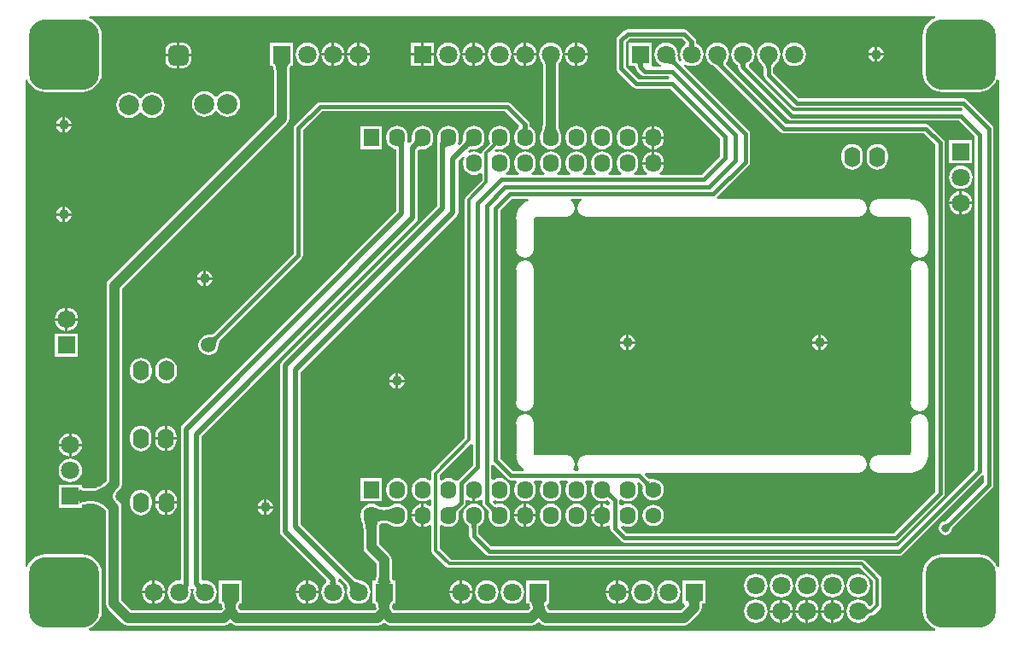
<source format=gtl>
G04 Layer_Physical_Order=1*
G04 Layer_Color=255*
%FSLAX44Y44*%
%MOMM*%
G71*
G01*
G75*
%ADD10C,0.5000*%
%ADD11C,0.3000*%
%ADD12C,0.4000*%
%ADD13C,1.0000*%
%ADD14C,1.8000*%
%ADD15R,1.8000X1.8000*%
%ADD16R,1.8000X1.8000*%
%ADD17C,2.0000*%
G04:AMPARAMS|DCode=18|XSize=2mm|YSize=2mm|CornerRadius=0.5mm|HoleSize=0mm|Usage=FLASHONLY|Rotation=270.000|XOffset=0mm|YOffset=0mm|HoleType=Round|Shape=RoundedRectangle|*
%AMROUNDEDRECTD18*
21,1,2.0000,1.0000,0,0,270.0*
21,1,1.0000,2.0000,0,0,270.0*
1,1,1.0000,-0.5000,-0.5000*
1,1,1.0000,-0.5000,0.5000*
1,1,1.0000,0.5000,0.5000*
1,1,1.0000,0.5000,-0.5000*
%
%ADD18ROUNDEDRECTD18*%
%ADD19O,1.6000X2.0000*%
G04:AMPARAMS|DCode=20|XSize=7mm|YSize=7mm|CornerRadius=1.75mm|HoleSize=0mm|Usage=FLASHONLY|Rotation=0.000|XOffset=0mm|YOffset=0mm|HoleType=Round|Shape=RoundedRectangle|*
%AMROUNDEDRECTD20*
21,1,7.0000,3.5000,0,0,0.0*
21,1,3.5000,7.0000,0,0,0.0*
1,1,3.5000,1.7500,-1.7500*
1,1,3.5000,-1.7500,-1.7500*
1,1,3.5000,-1.7500,1.7500*
1,1,3.5000,1.7500,1.7500*
%
%ADD20ROUNDEDRECTD20*%
%ADD21O,1.6000X1.8000*%
%ADD22R,1.6000X1.8000*%
%ADD23C,1.6000*%
%ADD24C,1.0000*%
%ADD25C,0.8000*%
%ADD26C,1.5000*%
G36*
X1168837Y874300D02*
X1166193Y873205D01*
X1162007Y869993D01*
X1158795Y865807D01*
X1156776Y860931D01*
X1156087Y855700D01*
Y820700D01*
X1156776Y815469D01*
X1158795Y810593D01*
X1162007Y806407D01*
X1166193Y803195D01*
X1171068Y801176D01*
X1176300Y800487D01*
X1211300D01*
X1216532Y801176D01*
X1221406Y803195D01*
X1225593Y806407D01*
X1228805Y810593D01*
X1229900Y813237D01*
X1231900Y812840D01*
Y330160D01*
X1229900Y329763D01*
X1228805Y332407D01*
X1225593Y336593D01*
X1221406Y339805D01*
X1216532Y341824D01*
X1211300Y342513D01*
X1176300D01*
X1171068Y341824D01*
X1166193Y339805D01*
X1162007Y336593D01*
X1158795Y332407D01*
X1156776Y327532D01*
X1156087Y322300D01*
Y287300D01*
X1156776Y282069D01*
X1158795Y277194D01*
X1162007Y273007D01*
X1166193Y269795D01*
X1168837Y268700D01*
X1168439Y266700D01*
X330160D01*
X329763Y268700D01*
X332407Y269795D01*
X336593Y273007D01*
X339805Y277194D01*
X341824Y282069D01*
X342513Y287300D01*
Y322300D01*
X341824Y327532D01*
X339805Y332407D01*
X336593Y336593D01*
X332407Y339805D01*
X327532Y341824D01*
X322300Y342513D01*
X287300D01*
X282069Y341824D01*
X277194Y339805D01*
X273007Y336593D01*
X269795Y332407D01*
X268700Y329763D01*
X266700Y330160D01*
Y812840D01*
X268700Y813237D01*
X269795Y810593D01*
X273007Y806407D01*
X277194Y803195D01*
X282069Y801176D01*
X287300Y800487D01*
X322300D01*
X327532Y801176D01*
X332407Y803195D01*
X336593Y806407D01*
X339805Y810593D01*
X341824Y815469D01*
X342513Y820700D01*
Y855700D01*
X341824Y860931D01*
X339805Y865807D01*
X336593Y869993D01*
X332407Y873205D01*
X329763Y874300D01*
X330160Y876300D01*
X1168439D01*
X1168837Y874300D01*
D02*
G37*
%LPC*%
G36*
X532240Y849740D02*
X509160D01*
Y829327D01*
X509141Y829230D01*
X509160Y829134D01*
Y826660D01*
X511414D01*
X511774Y826612D01*
X511853Y826545D01*
X512045Y826286D01*
X512300Y825761D01*
X512560Y824958D01*
X512780Y823931D01*
X513012Y821589D01*
Y777884D01*
X349402Y614274D01*
X347735Y611780D01*
X347150Y608838D01*
Y415172D01*
X344534Y412556D01*
X343415Y411661D01*
X342024Y410715D01*
X340589Y409900D01*
X339105Y409212D01*
X337569Y408650D01*
X335977Y408211D01*
X334326Y407896D01*
X332902Y407738D01*
X327478D01*
X326780Y407787D01*
X325461Y407961D01*
X324392Y408190D01*
X323589Y408450D01*
X323064Y408705D01*
X322804Y408897D01*
X322738Y408976D01*
X322690Y409336D01*
Y411590D01*
X320216D01*
X320120Y411609D01*
X320023Y411590D01*
X299610D01*
Y388510D01*
X320023D01*
X320120Y388491D01*
X320216Y388510D01*
X322690D01*
Y390764D01*
X322738Y391124D01*
X322804Y391203D01*
X323064Y391395D01*
X323589Y391650D01*
X324392Y391910D01*
X325419Y392130D01*
X327761Y392362D01*
X332902D01*
X334326Y392204D01*
X335977Y391889D01*
X337569Y391450D01*
X339105Y390888D01*
X340589Y390200D01*
X342024Y389385D01*
X343415Y388439D01*
X344534Y387544D01*
X346642Y385436D01*
Y293370D01*
X347228Y290428D01*
X348894Y287934D01*
X362864Y273964D01*
X365358Y272297D01*
X368300Y271712D01*
X463550D01*
X466492Y272297D01*
X468986Y273964D01*
X469900Y274878D01*
X470814Y273964D01*
X473308Y272297D01*
X476250Y271712D01*
X615950D01*
X618892Y272297D01*
X621386Y273964D01*
X622300Y274878D01*
X623214Y273964D01*
X625708Y272297D01*
X628650Y271712D01*
X768350D01*
X771292Y272297D01*
X773786Y273964D01*
X775335Y275513D01*
X776884Y273964D01*
X779378Y272297D01*
X782320Y271712D01*
X919480D01*
X922422Y272297D01*
X924916Y273964D01*
X935076Y284124D01*
X936742Y286618D01*
X937328Y289560D01*
Y292369D01*
X937337Y292552D01*
X937410Y293220D01*
X937417Y293260D01*
X941180D01*
Y316340D01*
X918100D01*
Y293260D01*
X919640D01*
X920468Y291260D01*
X916296Y287088D01*
X785730D01*
X784949Y288291D01*
X784252Y289597D01*
X783661Y290976D01*
X783565Y291262D01*
X783593Y291479D01*
X784852Y293193D01*
X785000Y293260D01*
X786240D01*
Y316340D01*
X763160D01*
Y293260D01*
X765576D01*
X765577Y293260D01*
X765956Y293214D01*
X765958Y293213D01*
X766007Y293175D01*
X766154Y292992D01*
X766369Y292585D01*
X766601Y291931D01*
X766810Y291034D01*
X766972Y289908D01*
X767012Y289380D01*
Y288934D01*
X765166Y287088D01*
X631834D01*
X630018Y288904D01*
X630037Y289170D01*
X630211Y290489D01*
X630440Y291558D01*
X630700Y292361D01*
X630955Y292886D01*
X631147Y293146D01*
X631226Y293212D01*
X631586Y293260D01*
X633840D01*
Y295734D01*
X633859Y295830D01*
X633840Y295927D01*
Y313673D01*
X633859Y313769D01*
X633840Y313866D01*
Y316340D01*
X631586D01*
X631226Y316388D01*
X631147Y316455D01*
X630955Y316714D01*
X630700Y317239D01*
X630440Y318042D01*
X630220Y319069D01*
X629988Y321411D01*
Y336550D01*
X629403Y339492D01*
X627736Y341986D01*
X617288Y352434D01*
Y366609D01*
X617396Y368382D01*
X617546Y369668D01*
X617994Y372117D01*
X618089Y372480D01*
X618307Y372551D01*
X619325Y372802D01*
X620431Y373005D01*
X622517Y373185D01*
X624142Y373010D01*
X625275Y372802D01*
X626294Y372551D01*
X627166Y372268D01*
X627890Y371963D01*
X628465Y371649D01*
X629046Y371234D01*
X629202Y371163D01*
X629684Y370793D01*
X632248Y369731D01*
X635000Y369369D01*
X637752Y369731D01*
X640315Y370793D01*
X642517Y372483D01*
X644207Y374684D01*
X645269Y377248D01*
X645631Y380000D01*
Y382000D01*
X645269Y384752D01*
X644207Y387315D01*
X642517Y389517D01*
X640315Y391207D01*
X637752Y392269D01*
X635000Y392631D01*
X632248Y392269D01*
X629684Y391207D01*
X629202Y390837D01*
X629046Y390766D01*
X628465Y390351D01*
X627890Y390037D01*
X627166Y389732D01*
X626293Y389449D01*
X625275Y389198D01*
X624169Y388995D01*
X622083Y388815D01*
X620458Y388990D01*
X619325Y389198D01*
X618306Y389449D01*
X617434Y389732D01*
X616710Y390037D01*
X616135Y390351D01*
X615554Y390766D01*
X615398Y390837D01*
X614916Y391207D01*
X612351Y392269D01*
X609600Y392631D01*
X606848Y392269D01*
X604285Y391207D01*
X602083Y389517D01*
X600393Y387315D01*
X599331Y384752D01*
X598969Y382000D01*
Y380000D01*
X599331Y377248D01*
X599751Y376235D01*
X599809Y375944D01*
X599852Y375880D01*
X599872Y375805D01*
X600266Y374992D01*
X600364Y374755D01*
X600628Y374093D01*
X600928Y373172D01*
X601457Y370907D01*
X601643Y369745D01*
X601912Y366320D01*
Y349250D01*
X602497Y346308D01*
X604164Y343814D01*
X614612Y333366D01*
Y321129D01*
X614563Y320430D01*
X614389Y319111D01*
X614160Y318042D01*
X613900Y317239D01*
X613645Y316714D01*
X613453Y316455D01*
X613374Y316388D01*
X613014Y316340D01*
X610760D01*
Y313866D01*
X610741Y313769D01*
X610760Y313673D01*
Y295927D01*
X610741Y295830D01*
X610760Y295734D01*
Y293260D01*
X613014D01*
X613374Y293212D01*
X613453Y293146D01*
X613645Y292886D01*
X613900Y292361D01*
X614160Y291558D01*
X614380Y290531D01*
X614545Y288867D01*
X612766Y287088D01*
X479434D01*
X477618Y288904D01*
X477637Y289170D01*
X477811Y290489D01*
X478040Y291558D01*
X478300Y292361D01*
X478555Y292886D01*
X478747Y293146D01*
X478826Y293212D01*
X479186Y293260D01*
X481440D01*
Y295734D01*
X481459Y295830D01*
X481440Y295927D01*
Y316340D01*
X458360D01*
Y295927D01*
X458341Y295830D01*
X458360Y295734D01*
Y293260D01*
X460614D01*
X460974Y293212D01*
X461053Y293146D01*
X461245Y292886D01*
X461500Y292361D01*
X461760Y291558D01*
X461980Y290531D01*
X462145Y288867D01*
X460366Y287088D01*
X371484D01*
X362018Y296554D01*
Y388620D01*
X361432Y391562D01*
X359766Y394056D01*
X357768Y396054D01*
X357010Y397136D01*
X356489Y398180D01*
X356200Y399141D01*
X356109Y400050D01*
X356200Y400959D01*
X356489Y401920D01*
X357010Y402964D01*
X357768Y404046D01*
X360274Y406552D01*
X361940Y409046D01*
X362526Y411988D01*
Y605654D01*
X526136Y769264D01*
X527803Y771758D01*
X528388Y774700D01*
Y821871D01*
X528437Y822570D01*
X528611Y823889D01*
X528840Y824958D01*
X529100Y825761D01*
X529355Y826286D01*
X529547Y826545D01*
X529626Y826612D01*
X529986Y826660D01*
X532240D01*
Y829134D01*
X532259Y829230D01*
X532240Y829327D01*
Y849740D01*
D02*
G37*
G36*
X311150Y437090D02*
X308137Y436693D01*
X305330Y435530D01*
X302920Y433680D01*
X301070Y431270D01*
X299907Y428462D01*
X299510Y425450D01*
X299907Y422438D01*
X301070Y419630D01*
X302920Y417220D01*
X305330Y415370D01*
X308137Y414207D01*
X311150Y413811D01*
X314163Y414207D01*
X316970Y415370D01*
X319380Y417220D01*
X321230Y419630D01*
X322393Y422438D01*
X322789Y425450D01*
X322393Y428462D01*
X321230Y431270D01*
X319380Y433680D01*
X316970Y435530D01*
X314163Y436693D01*
X311150Y437090D01*
D02*
G37*
G36*
X407470Y406164D02*
Y394970D01*
X416831D01*
Y395700D01*
X416469Y398451D01*
X415407Y401016D01*
X413717Y403217D01*
X411516Y404907D01*
X408951Y405969D01*
X407470Y406164D01*
D02*
G37*
G36*
X620140Y417940D02*
X599060D01*
Y394860D01*
X620140D01*
Y417940D01*
D02*
G37*
G36*
X404930Y406164D02*
X403448Y405969D01*
X400885Y404907D01*
X398683Y403217D01*
X396993Y401016D01*
X395931Y398451D01*
X395569Y395700D01*
Y394970D01*
X404930D01*
Y406164D01*
D02*
G37*
G36*
X309880Y449580D02*
X299678D01*
X299907Y447837D01*
X301070Y445030D01*
X302920Y442620D01*
X305330Y440770D01*
X308137Y439607D01*
X309880Y439378D01*
Y449580D01*
D02*
G37*
G36*
X404730Y455930D02*
X395369D01*
Y455200D01*
X395731Y452449D01*
X396793Y449884D01*
X398483Y447683D01*
X400685Y445993D01*
X403248Y444931D01*
X404730Y444736D01*
Y455930D01*
D02*
G37*
G36*
X416631D02*
X407270D01*
Y444736D01*
X408751Y444931D01*
X411315Y445993D01*
X413517Y447683D01*
X415207Y449884D01*
X416269Y452449D01*
X416631Y455200D01*
Y455930D01*
D02*
G37*
G36*
X381000Y469831D02*
X378248Y469469D01*
X375685Y468407D01*
X373483Y466717D01*
X371793Y464515D01*
X370731Y461951D01*
X370369Y459200D01*
Y455200D01*
X370731Y452449D01*
X371793Y449884D01*
X373483Y447683D01*
X375685Y445993D01*
X378248Y444931D01*
X381000Y444569D01*
X383751Y444931D01*
X386315Y445993D01*
X388517Y447683D01*
X390207Y449884D01*
X391269Y452449D01*
X391631Y455200D01*
Y459200D01*
X391269Y461951D01*
X390207Y464515D01*
X388517Y466717D01*
X386315Y468407D01*
X383751Y469469D01*
X381000Y469831D01*
D02*
G37*
G36*
X322622Y449580D02*
X312420D01*
Y439378D01*
X314163Y439607D01*
X316970Y440770D01*
X319380Y442620D01*
X321230Y445030D01*
X322393Y447837D01*
X322622Y449580D01*
D02*
G37*
G36*
X1153160Y481229D02*
X1149797Y480560D01*
X1146945Y478655D01*
X1145040Y475803D01*
X1144371Y472440D01*
X1144471D01*
X1144471Y443960D01*
X1144450Y441960D01*
X1144425Y441898D01*
X1143000Y440510D01*
X1141017Y440489D01*
X1112520D01*
Y440589D01*
X1109157Y439920D01*
X1106305Y438015D01*
X1104400Y435163D01*
X1103731Y431800D01*
X1103731Y431800D01*
X1103731Y431800D01*
X1104400Y428437D01*
X1106305Y425586D01*
X1109157Y423680D01*
X1112520Y423011D01*
X1112520Y423011D01*
X1114479Y423111D01*
X1142907Y423111D01*
X1143000Y423018D01*
Y423018D01*
X1143000Y423018D01*
X1144933Y423272D01*
X1147903Y423663D01*
X1152471Y425556D01*
X1156394Y428566D01*
X1159404Y432489D01*
X1161297Y437057D01*
X1161688Y440027D01*
X1161942Y441960D01*
X1161942Y441960D01*
X1161849Y443922D01*
X1161849Y472440D01*
X1161949D01*
X1161280Y475803D01*
X1159375Y478655D01*
X1156523Y480560D01*
X1153160Y481229D01*
D02*
G37*
G36*
X512133Y387858D02*
X505968D01*
Y381693D01*
X507640Y382025D01*
X510134Y383692D01*
X511800Y386186D01*
X512133Y387858D01*
D02*
G37*
G36*
X659130Y392464D02*
X657648Y392269D01*
X655085Y391207D01*
X652883Y389517D01*
X651193Y387315D01*
X650131Y384752D01*
X649805Y382270D01*
X659130D01*
Y392464D01*
D02*
G37*
G36*
X503428Y387858D02*
X497263D01*
X497595Y386186D01*
X499262Y383692D01*
X501756Y382025D01*
X503428Y381693D01*
Y387858D01*
D02*
G37*
G36*
X404930Y392430D02*
X395569D01*
Y391700D01*
X395931Y388949D01*
X396993Y386385D01*
X398683Y384183D01*
X400885Y382493D01*
X403448Y381431D01*
X404930Y381236D01*
Y392430D01*
D02*
G37*
G36*
X416831D02*
X407470D01*
Y381236D01*
X408951Y381431D01*
X411516Y382493D01*
X413717Y384183D01*
X415407Y386385D01*
X416469Y388949D01*
X416831Y391700D01*
Y392430D01*
D02*
G37*
G36*
X760730Y392464D02*
X759249Y392269D01*
X756684Y391207D01*
X754483Y389517D01*
X752793Y387315D01*
X751731Y384752D01*
X751405Y382270D01*
X760730D01*
Y392464D01*
D02*
G37*
G36*
X505968Y396563D02*
Y390398D01*
X512133D01*
X511800Y392070D01*
X510134Y394564D01*
X507640Y396231D01*
X505968Y396563D01*
D02*
G37*
G36*
X635000Y418031D02*
X632248Y417669D01*
X629684Y416607D01*
X627483Y414917D01*
X625793Y412715D01*
X624731Y410151D01*
X624369Y407400D01*
Y405400D01*
X624731Y402649D01*
X625793Y400084D01*
X627483Y397883D01*
X629684Y396193D01*
X632248Y395131D01*
X635000Y394769D01*
X637752Y395131D01*
X640315Y396193D01*
X642517Y397883D01*
X644207Y400084D01*
X645269Y402649D01*
X645631Y405400D01*
Y407400D01*
X645269Y410151D01*
X644207Y412715D01*
X642517Y414917D01*
X640315Y416607D01*
X637752Y417669D01*
X635000Y418031D01*
D02*
G37*
G36*
X503428Y396563D02*
X501756Y396231D01*
X499262Y394564D01*
X497595Y392070D01*
X497263Y390398D01*
X503428D01*
Y396563D01*
D02*
G37*
G36*
X763270Y392464D02*
Y382270D01*
X772595D01*
X772269Y384752D01*
X771207Y387315D01*
X769517Y389517D01*
X767316Y391207D01*
X764752Y392269D01*
X763270Y392464D01*
D02*
G37*
G36*
X836930D02*
X835449Y392269D01*
X832885Y391207D01*
X830683Y389517D01*
X828993Y387315D01*
X827931Y384752D01*
X827605Y382270D01*
X836930D01*
Y392464D01*
D02*
G37*
G36*
X309880Y462322D02*
X308137Y462093D01*
X305330Y460930D01*
X302920Y459080D01*
X301070Y456670D01*
X299907Y453862D01*
X299678Y452120D01*
X309880D01*
Y462322D01*
D02*
G37*
G36*
X1052830Y551180D02*
X1046665D01*
X1046998Y549508D01*
X1048664Y547014D01*
X1051158Y545348D01*
X1052830Y545015D01*
Y551180D01*
D02*
G37*
G36*
X1061535D02*
X1055370D01*
Y545015D01*
X1057042Y545348D01*
X1059536Y547014D01*
X1061202Y549508D01*
X1061535Y551180D01*
D02*
G37*
G36*
X871035D02*
X864870D01*
Y545015D01*
X866542Y545348D01*
X869036Y547014D01*
X870703Y549508D01*
X871035Y551180D01*
D02*
G37*
G36*
X318880Y561450D02*
X295800D01*
Y538370D01*
X318880D01*
Y561450D01*
D02*
G37*
G36*
X862330Y551180D02*
X856165D01*
X856497Y549508D01*
X858164Y547014D01*
X860658Y545348D01*
X862330Y545015D01*
Y551180D01*
D02*
G37*
G36*
Y559885D02*
X860658Y559552D01*
X858164Y557886D01*
X856497Y555392D01*
X856165Y553720D01*
X862330D01*
Y559885D01*
D02*
G37*
G36*
X306070Y574040D02*
X295868D01*
X296097Y572298D01*
X297260Y569490D01*
X299110Y567080D01*
X301520Y565230D01*
X304328Y564067D01*
X306070Y563838D01*
Y574040D01*
D02*
G37*
G36*
X318812D02*
X308610D01*
Y563838D01*
X310352Y564067D01*
X313160Y565230D01*
X315570Y567080D01*
X317420Y569490D01*
X318583Y572298D01*
X318812Y574040D01*
D02*
G37*
G36*
X1055370Y559885D02*
Y553720D01*
X1061535D01*
X1061202Y555392D01*
X1059536Y557886D01*
X1057042Y559552D01*
X1055370Y559885D01*
D02*
G37*
G36*
X864870D02*
Y553720D01*
X871035D01*
X870703Y555392D01*
X869036Y557886D01*
X866542Y559552D01*
X864870Y559885D01*
D02*
G37*
G36*
X1052830D02*
X1051158Y559552D01*
X1048664Y557886D01*
X1046998Y555392D01*
X1046665Y553720D01*
X1052830D01*
Y559885D01*
D02*
G37*
G36*
X762000Y633629D02*
X758636Y632960D01*
X755785Y631054D01*
X753880Y628203D01*
X753211Y624840D01*
X753311D01*
X753311Y494719D01*
X753211Y492760D01*
X753211Y492760D01*
X753880Y489397D01*
X755785Y486545D01*
X758637Y484640D01*
X762000Y483971D01*
X765363Y484640D01*
X768215Y486545D01*
X770120Y489397D01*
X770789Y492760D01*
X770689D01*
X770689Y622840D01*
X770789Y624840D01*
X770789D01*
X770120Y628203D01*
X768215Y631054D01*
X765363Y632960D01*
X762000Y633629D01*
X762000Y633629D01*
X762000Y633629D01*
X762000D01*
X762000D01*
D02*
G37*
G36*
X1153160Y633629D02*
X1153160Y633629D01*
Y633629D01*
X1149797Y632960D01*
X1146945Y631054D01*
X1145040Y628203D01*
X1144371Y624840D01*
X1144471D01*
X1144471Y494760D01*
X1144371Y492760D01*
X1144371D01*
X1145040Y489397D01*
X1146945Y486545D01*
X1149797Y484640D01*
X1153160Y483971D01*
X1153160Y483971D01*
X1156523Y484640D01*
X1159375Y486545D01*
X1161280Y489397D01*
X1161949Y492760D01*
X1161849D01*
Y624840D01*
X1161949D01*
X1161280Y628203D01*
X1159375Y631054D01*
X1156523Y632960D01*
X1155014Y633260D01*
X1153160Y633629D01*
D02*
G37*
G36*
X407270Y469664D02*
Y458470D01*
X416631D01*
Y459200D01*
X416269Y461951D01*
X415207Y464515D01*
X413517Y466717D01*
X411315Y468407D01*
X408751Y469469D01*
X407270Y469664D01*
D02*
G37*
G36*
X312420Y462322D02*
Y452120D01*
X322622D01*
X322393Y453862D01*
X321230Y456670D01*
X319380Y459080D01*
X316970Y460930D01*
X314163Y462093D01*
X312420Y462322D01*
D02*
G37*
G36*
X404730Y469664D02*
X403248Y469469D01*
X400685Y468407D01*
X398483Y466717D01*
X396793Y464515D01*
X395731Y461951D01*
X395369Y459200D01*
Y458470D01*
X404730D01*
Y469664D01*
D02*
G37*
G36*
X633730Y513080D02*
X627565D01*
X627897Y511408D01*
X629564Y508914D01*
X632058Y507248D01*
X633730Y506915D01*
Y513080D01*
D02*
G37*
G36*
Y521785D02*
X632058Y521452D01*
X629564Y519786D01*
X627897Y517292D01*
X627565Y515620D01*
X633730D01*
Y521785D01*
D02*
G37*
G36*
X636270D02*
Y515620D01*
X642435D01*
X642103Y517292D01*
X640436Y519786D01*
X637942Y521452D01*
X636270Y521785D01*
D02*
G37*
G36*
X406200Y537141D02*
X403448Y536779D01*
X400885Y535717D01*
X398683Y534027D01*
X396993Y531825D01*
X395931Y529262D01*
X395569Y526510D01*
Y522510D01*
X395931Y519758D01*
X396993Y517195D01*
X398683Y514993D01*
X400885Y513303D01*
X403448Y512241D01*
X406200Y511879D01*
X408951Y512241D01*
X411516Y513303D01*
X413717Y514993D01*
X415407Y517195D01*
X416469Y519758D01*
X416831Y522510D01*
Y526510D01*
X416469Y529262D01*
X415407Y531825D01*
X413717Y534027D01*
X411516Y535717D01*
X408951Y536779D01*
X406200Y537141D01*
D02*
G37*
G36*
X642435Y513080D02*
X636270D01*
Y506915D01*
X637942Y507248D01*
X640436Y508914D01*
X642103Y511408D01*
X642435Y513080D01*
D02*
G37*
G36*
X381200Y537141D02*
X378448Y536779D01*
X375885Y535717D01*
X373683Y534027D01*
X371993Y531825D01*
X370931Y529262D01*
X370569Y526510D01*
Y522510D01*
X370931Y519758D01*
X371993Y517195D01*
X373683Y514993D01*
X375885Y513303D01*
X378448Y512241D01*
X381200Y511879D01*
X383951Y512241D01*
X386516Y513303D01*
X388717Y514993D01*
X390407Y517195D01*
X391469Y519758D01*
X391831Y522510D01*
Y526510D01*
X391469Y529262D01*
X390407Y531825D01*
X388717Y534027D01*
X386516Y535717D01*
X383951Y536779D01*
X381200Y537141D01*
D02*
G37*
G36*
Y406331D02*
X378448Y405969D01*
X375885Y404907D01*
X373683Y403217D01*
X371993Y401016D01*
X370931Y398451D01*
X370569Y395700D01*
Y391700D01*
X370931Y388949D01*
X371993Y386385D01*
X373683Y384183D01*
X375885Y382493D01*
X378448Y381431D01*
X381200Y381069D01*
X383951Y381431D01*
X386516Y382493D01*
X388717Y384183D01*
X390407Y386385D01*
X391469Y388949D01*
X391831Y391700D01*
Y395700D01*
X391469Y398451D01*
X390407Y401016D01*
X388717Y403217D01*
X386516Y404907D01*
X383951Y405969D01*
X381200Y406331D01*
D02*
G37*
G36*
X878840Y316439D02*
X875827Y316043D01*
X873020Y314880D01*
X870610Y313030D01*
X868760Y310620D01*
X867597Y307812D01*
X867200Y304800D01*
X867597Y301787D01*
X868760Y298980D01*
X870610Y296570D01*
X873020Y294720D01*
X875827Y293557D01*
X878840Y293160D01*
X881852Y293557D01*
X884660Y294720D01*
X887070Y296570D01*
X888920Y298980D01*
X890083Y301787D01*
X890480Y304800D01*
X890083Y307812D01*
X888920Y310620D01*
X887070Y313030D01*
X884660Y314880D01*
X881852Y316043D01*
X878840Y316439D01*
D02*
G37*
G36*
X904240D02*
X901227Y316043D01*
X898420Y314880D01*
X896010Y313030D01*
X894160Y310620D01*
X892997Y307812D01*
X892600Y304800D01*
X892997Y301787D01*
X894160Y298980D01*
X896010Y296570D01*
X898420Y294720D01*
X901227Y293557D01*
X904240Y293160D01*
X907253Y293557D01*
X910060Y294720D01*
X912470Y296570D01*
X914320Y298980D01*
X915483Y301787D01*
X915880Y304800D01*
X915483Y307812D01*
X914320Y310620D01*
X912470Y313030D01*
X910060Y314880D01*
X907253Y316043D01*
X904240Y316439D01*
D02*
G37*
G36*
X749300D02*
X746288Y316043D01*
X743480Y314880D01*
X741070Y313030D01*
X739220Y310620D01*
X738057Y307812D01*
X737660Y304800D01*
X738057Y301787D01*
X739220Y298980D01*
X741070Y296570D01*
X743480Y294720D01*
X746288Y293557D01*
X749300Y293160D01*
X752312Y293557D01*
X755120Y294720D01*
X757530Y296570D01*
X759380Y298980D01*
X760543Y301787D01*
X760939Y304800D01*
X760543Y307812D01*
X759380Y310620D01*
X757530Y313030D01*
X755120Y314880D01*
X752312Y316043D01*
X749300Y316439D01*
D02*
G37*
G36*
X1068070Y297222D02*
Y287020D01*
X1078272D01*
X1078043Y288762D01*
X1076880Y291570D01*
X1075030Y293980D01*
X1072620Y295830D01*
X1069812Y296993D01*
X1068070Y297222D01*
D02*
G37*
G36*
X723900Y316439D02*
X720888Y316043D01*
X718080Y314880D01*
X715670Y313030D01*
X713820Y310620D01*
X712657Y307812D01*
X712260Y304800D01*
X712657Y301787D01*
X713820Y298980D01*
X715670Y296570D01*
X718080Y294720D01*
X720888Y293557D01*
X723900Y293160D01*
X726913Y293557D01*
X729720Y294720D01*
X732130Y296570D01*
X733980Y298980D01*
X735143Y301787D01*
X735540Y304800D01*
X735143Y307812D01*
X733980Y310620D01*
X732130Y313030D01*
X729720Y314880D01*
X726913Y316043D01*
X723900Y316439D01*
D02*
G37*
G36*
X544830Y303530D02*
X534628D01*
X534857Y301787D01*
X536020Y298980D01*
X537870Y296570D01*
X540280Y294720D01*
X543088Y293557D01*
X544830Y293328D01*
Y303530D01*
D02*
G37*
G36*
X405172D02*
X394970D01*
Y293328D01*
X396712Y293557D01*
X399520Y294720D01*
X401930Y296570D01*
X403780Y298980D01*
X404943Y301787D01*
X405172Y303530D01*
D02*
G37*
G36*
X557572D02*
X547370D01*
Y293328D01*
X549113Y293557D01*
X551920Y294720D01*
X554330Y296570D01*
X556180Y298980D01*
X557343Y301787D01*
X557572Y303530D01*
D02*
G37*
G36*
X852170D02*
X841968D01*
X842197Y301787D01*
X843360Y298980D01*
X845210Y296570D01*
X847620Y294720D01*
X850427Y293557D01*
X852170Y293328D01*
Y303530D01*
D02*
G37*
G36*
X697230D02*
X687028D01*
X687257Y301787D01*
X688420Y298980D01*
X690270Y296570D01*
X692680Y294720D01*
X695488Y293557D01*
X697230Y293328D01*
Y303530D01*
D02*
G37*
G36*
X392430D02*
X382228D01*
X382457Y301787D01*
X383620Y298980D01*
X385470Y296570D01*
X387880Y294720D01*
X390687Y293557D01*
X392430Y293328D01*
Y303530D01*
D02*
G37*
G36*
X1052872Y284480D02*
X1042670D01*
Y274278D01*
X1044413Y274507D01*
X1047220Y275670D01*
X1049630Y277520D01*
X1051480Y279930D01*
X1052643Y282738D01*
X1052872Y284480D01*
D02*
G37*
G36*
X1065530D02*
X1055328D01*
X1055557Y282738D01*
X1056720Y279930D01*
X1058570Y277520D01*
X1060980Y275670D01*
X1063788Y274507D01*
X1065530Y274278D01*
Y284480D01*
D02*
G37*
G36*
X1040130D02*
X1029928D01*
X1030157Y282738D01*
X1031320Y279930D01*
X1033170Y277520D01*
X1035580Y275670D01*
X1038388Y274507D01*
X1040130Y274278D01*
Y284480D01*
D02*
G37*
G36*
X1014730D02*
X1004528D01*
X1004757Y282738D01*
X1005920Y279930D01*
X1007770Y277520D01*
X1010180Y275670D01*
X1012988Y274507D01*
X1014730Y274278D01*
Y284480D01*
D02*
G37*
G36*
X1027472D02*
X1017270D01*
Y274278D01*
X1019013Y274507D01*
X1021820Y275670D01*
X1024230Y277520D01*
X1026080Y279930D01*
X1027243Y282738D01*
X1027472Y284480D01*
D02*
G37*
G36*
X1078272D02*
X1068070D01*
Y274278D01*
X1069812Y274507D01*
X1072620Y275670D01*
X1075030Y277520D01*
X1076880Y279930D01*
X1078043Y282738D01*
X1078272Y284480D01*
D02*
G37*
G36*
X1042670Y297222D02*
Y287020D01*
X1052872D01*
X1052643Y288762D01*
X1051480Y291570D01*
X1049630Y293980D01*
X1047220Y295830D01*
X1044413Y296993D01*
X1042670Y297222D01*
D02*
G37*
G36*
X1065530D02*
X1063788Y296993D01*
X1060980Y295830D01*
X1058570Y293980D01*
X1056720Y291570D01*
X1055557Y288762D01*
X1055328Y287020D01*
X1065530D01*
Y297222D01*
D02*
G37*
G36*
X1040130D02*
X1038388Y296993D01*
X1035580Y295830D01*
X1033170Y293980D01*
X1031320Y291570D01*
X1030157Y288762D01*
X1029928Y287020D01*
X1040130D01*
Y297222D01*
D02*
G37*
G36*
X1014730D02*
X1012988Y296993D01*
X1010180Y295830D01*
X1007770Y293980D01*
X1005920Y291570D01*
X1004757Y288762D01*
X1004528Y287020D01*
X1014730D01*
Y297222D01*
D02*
G37*
G36*
X1017270D02*
Y287020D01*
X1027472D01*
X1027243Y288762D01*
X1026080Y291570D01*
X1024230Y293980D01*
X1021820Y295830D01*
X1019013Y296993D01*
X1017270Y297222D01*
D02*
G37*
G36*
X709972Y303530D02*
X699770D01*
Y293328D01*
X701513Y293557D01*
X704320Y294720D01*
X706730Y296570D01*
X708580Y298980D01*
X709743Y301787D01*
X709972Y303530D01*
D02*
G37*
G36*
X787400Y392631D02*
X784649Y392269D01*
X782085Y391207D01*
X779883Y389517D01*
X778193Y387315D01*
X777131Y384752D01*
X776769Y382000D01*
Y380000D01*
X777131Y377248D01*
X778193Y374684D01*
X779883Y372483D01*
X782085Y370793D01*
X784649Y369731D01*
X787400Y369369D01*
X790152Y369731D01*
X792716Y370793D01*
X794917Y372483D01*
X796607Y374684D01*
X797669Y377248D01*
X798031Y380000D01*
Y382000D01*
X797669Y384752D01*
X796607Y387315D01*
X794917Y389517D01*
X792716Y391207D01*
X790152Y392269D01*
X787400Y392631D01*
D02*
G37*
G36*
X812800D02*
X810049Y392269D01*
X807485Y391207D01*
X805283Y389517D01*
X803593Y387315D01*
X802531Y384752D01*
X802169Y382000D01*
Y380000D01*
X802531Y377248D01*
X803593Y374684D01*
X805283Y372483D01*
X807485Y370793D01*
X810049Y369731D01*
X812800Y369369D01*
X815552Y369731D01*
X818115Y370793D01*
X820317Y372483D01*
X822007Y374684D01*
X823069Y377248D01*
X823431Y380000D01*
Y382000D01*
X823069Y384752D01*
X822007Y387315D01*
X820317Y389517D01*
X818115Y391207D01*
X815552Y392269D01*
X812800Y392631D01*
D02*
G37*
G36*
X699770Y316272D02*
Y306070D01*
X709972D01*
X709743Y307812D01*
X708580Y310620D01*
X706730Y313030D01*
X704320Y314880D01*
X701513Y316043D01*
X699770Y316272D01*
D02*
G37*
G36*
X854710D02*
Y306070D01*
X864912D01*
X864683Y307812D01*
X863520Y310620D01*
X861670Y313030D01*
X859260Y314880D01*
X856452Y316043D01*
X854710Y316272D01*
D02*
G37*
G36*
X547370D02*
Y306070D01*
X557572D01*
X557343Y307812D01*
X556180Y310620D01*
X554330Y313030D01*
X551920Y314880D01*
X549113Y316043D01*
X547370Y316272D01*
D02*
G37*
G36*
X659130Y379730D02*
X649805D01*
X650131Y377248D01*
X651193Y374684D01*
X652883Y372483D01*
X655085Y370793D01*
X657648Y369731D01*
X659130Y369536D01*
Y379730D01*
D02*
G37*
G36*
X889000Y391631D02*
X886248Y391269D01*
X883684Y390207D01*
X881483Y388517D01*
X879793Y386315D01*
X878731Y383751D01*
X878369Y381000D01*
X878731Y378248D01*
X879793Y375685D01*
X881483Y373483D01*
X883684Y371793D01*
X886248Y370731D01*
X889000Y370369D01*
X891751Y370731D01*
X894315Y371793D01*
X896517Y373483D01*
X898207Y375685D01*
X899269Y378248D01*
X899631Y381000D01*
X899269Y383751D01*
X898207Y386315D01*
X896517Y388517D01*
X894315Y390207D01*
X891751Y391269D01*
X889000Y391631D01*
D02*
G37*
G36*
X990600Y297390D02*
X987588Y296993D01*
X984780Y295830D01*
X982370Y293980D01*
X980520Y291570D01*
X979357Y288762D01*
X978960Y285750D01*
X979357Y282738D01*
X980520Y279930D01*
X982370Y277520D01*
X984780Y275670D01*
X987588Y274507D01*
X990600Y274110D01*
X993613Y274507D01*
X996420Y275670D01*
X998830Y277520D01*
X1000680Y279930D01*
X1001843Y282738D01*
X1002240Y285750D01*
X1001843Y288762D01*
X1000680Y291570D01*
X998830Y293980D01*
X996420Y295830D01*
X993613Y296993D01*
X990600Y297390D01*
D02*
G37*
G36*
X836930Y379730D02*
X827605D01*
X827931Y377248D01*
X828993Y374684D01*
X830683Y372483D01*
X832885Y370793D01*
X835449Y369731D01*
X836930Y369536D01*
Y379730D01*
D02*
G37*
G36*
X760730D02*
X751405D01*
X751731Y377248D01*
X752793Y374684D01*
X754483Y372483D01*
X756684Y370793D01*
X759249Y369731D01*
X760730Y369536D01*
Y379730D01*
D02*
G37*
G36*
X772595D02*
X763270D01*
Y369536D01*
X764752Y369731D01*
X767316Y370793D01*
X769517Y372483D01*
X771207Y374684D01*
X772269Y377248D01*
X772595Y379730D01*
D02*
G37*
G36*
X1041400Y322789D02*
X1038388Y322393D01*
X1035580Y321230D01*
X1033170Y319380D01*
X1031320Y316970D01*
X1030157Y314163D01*
X1029760Y311150D01*
X1030157Y308137D01*
X1031320Y305330D01*
X1033170Y302920D01*
X1035580Y301070D01*
X1038388Y299907D01*
X1041400Y299510D01*
X1044413Y299907D01*
X1047220Y301070D01*
X1049630Y302920D01*
X1051480Y305330D01*
X1052643Y308137D01*
X1053040Y311150D01*
X1052643Y314163D01*
X1051480Y316970D01*
X1049630Y319380D01*
X1047220Y321230D01*
X1044413Y322393D01*
X1041400Y322789D01*
D02*
G37*
G36*
X1066800D02*
X1063788Y322393D01*
X1060980Y321230D01*
X1058570Y319380D01*
X1056720Y316970D01*
X1055557Y314163D01*
X1055160Y311150D01*
X1055557Y308137D01*
X1056720Y305330D01*
X1058570Y302920D01*
X1060980Y301070D01*
X1063788Y299907D01*
X1066800Y299510D01*
X1069812Y299907D01*
X1072620Y301070D01*
X1075030Y302920D01*
X1076880Y305330D01*
X1078043Y308137D01*
X1078439Y311150D01*
X1078043Y314163D01*
X1076880Y316970D01*
X1075030Y319380D01*
X1072620Y321230D01*
X1069812Y322393D01*
X1066800Y322789D01*
D02*
G37*
G36*
X1016000D02*
X1012988Y322393D01*
X1010180Y321230D01*
X1007770Y319380D01*
X1005920Y316970D01*
X1004757Y314163D01*
X1004360Y311150D01*
X1004757Y308137D01*
X1005920Y305330D01*
X1007770Y302920D01*
X1010180Y301070D01*
X1012988Y299907D01*
X1016000Y299510D01*
X1019013Y299907D01*
X1021820Y301070D01*
X1024230Y302920D01*
X1026080Y305330D01*
X1027243Y308137D01*
X1027639Y311150D01*
X1027243Y314163D01*
X1026080Y316970D01*
X1024230Y319380D01*
X1021820Y321230D01*
X1019013Y322393D01*
X1016000Y322789D01*
D02*
G37*
G36*
X864912Y303530D02*
X854710D01*
Y293328D01*
X856452Y293557D01*
X859260Y294720D01*
X861670Y296570D01*
X863520Y298980D01*
X864683Y301787D01*
X864912Y303530D01*
D02*
G37*
G36*
X990600Y322789D02*
X987588Y322393D01*
X984780Y321230D01*
X982370Y319380D01*
X980520Y316970D01*
X979357Y314163D01*
X978960Y311150D01*
X979357Y308137D01*
X980520Y305330D01*
X982370Y302920D01*
X984780Y301070D01*
X987588Y299907D01*
X990600Y299510D01*
X993613Y299907D01*
X996420Y301070D01*
X998830Y302920D01*
X1000680Y305330D01*
X1001843Y308137D01*
X1002240Y311150D01*
X1001843Y314163D01*
X1000680Y316970D01*
X998830Y319380D01*
X996420Y321230D01*
X993613Y322393D01*
X990600Y322789D01*
D02*
G37*
G36*
X1092200D02*
X1089187Y322393D01*
X1086380Y321230D01*
X1083970Y319380D01*
X1082120Y316970D01*
X1080957Y314163D01*
X1080560Y311150D01*
X1080957Y308137D01*
X1082120Y305330D01*
X1083970Y302920D01*
X1086380Y301070D01*
X1089187Y299907D01*
X1092200Y299510D01*
X1095212Y299907D01*
X1098020Y301070D01*
X1100430Y302920D01*
X1102280Y305330D01*
X1103443Y308137D01*
X1103840Y311150D01*
X1103443Y314163D01*
X1102280Y316970D01*
X1100430Y319380D01*
X1098020Y321230D01*
X1095212Y322393D01*
X1092200Y322789D01*
D02*
G37*
G36*
X697230Y316272D02*
X695488Y316043D01*
X692680Y314880D01*
X690270Y313030D01*
X688420Y310620D01*
X687257Y307812D01*
X687028Y306070D01*
X697230D01*
Y316272D01*
D02*
G37*
G36*
X394970D02*
Y306070D01*
X405172D01*
X404943Y307812D01*
X403780Y310620D01*
X401930Y313030D01*
X399520Y314880D01*
X396712Y316043D01*
X394970Y316272D01*
D02*
G37*
G36*
X544830D02*
X543088Y316043D01*
X540280Y314880D01*
X537870Y313030D01*
X536020Y310620D01*
X534857Y307812D01*
X534628Y306070D01*
X544830D01*
Y316272D01*
D02*
G37*
G36*
X392430D02*
X390687Y316043D01*
X387880Y314880D01*
X385470Y313030D01*
X383620Y310620D01*
X382457Y307812D01*
X382228Y306070D01*
X392430D01*
Y316272D01*
D02*
G37*
G36*
X852170D02*
X850427Y316043D01*
X847620Y314880D01*
X845210Y313030D01*
X843360Y310620D01*
X842197Y307812D01*
X841968Y306070D01*
X852170D01*
Y316272D01*
D02*
G37*
G36*
X306070Y775785D02*
Y769620D01*
X312235D01*
X311903Y771292D01*
X310236Y773786D01*
X307742Y775452D01*
X306070Y775785D01*
D02*
G37*
G36*
X1003300Y849839D02*
X1000287Y849443D01*
X997480Y848280D01*
X995070Y846430D01*
X993220Y844020D01*
X992057Y841212D01*
X991660Y838200D01*
X992057Y835188D01*
X993220Y832380D01*
X995070Y829970D01*
X995355Y829750D01*
X995922Y829171D01*
X996566Y828445D01*
X997120Y827752D01*
X997582Y827093D01*
X997957Y826473D01*
X998249Y825896D01*
X998461Y825363D01*
X998602Y824876D01*
X998671Y824489D01*
Y817880D01*
X998671Y817880D01*
X999023Y816109D01*
X1000027Y814607D01*
X1027967Y786667D01*
X1027967Y786667D01*
X1029469Y785663D01*
X1031240Y785311D01*
X1031240Y785311D01*
X1194423D01*
X1195795Y783939D01*
X1195732Y783524D01*
X1193800Y781869D01*
X1193800Y781869D01*
X1028077D01*
X983859Y826088D01*
X983802Y826270D01*
X983793Y826471D01*
X984249Y828526D01*
X986130Y829970D01*
X987980Y832380D01*
X989143Y835188D01*
X989539Y838200D01*
X989143Y841212D01*
X987980Y844020D01*
X986130Y846430D01*
X983720Y848280D01*
X980912Y849443D01*
X977900Y849839D01*
X974887Y849443D01*
X972080Y848280D01*
X969670Y846430D01*
X967820Y844020D01*
X966657Y841212D01*
X966260Y838200D01*
X966657Y835188D01*
X967820Y832380D01*
X969670Y829970D01*
X972080Y828120D01*
X972403Y827986D01*
X972511Y827918D01*
X972652Y827804D01*
X972771Y827677D01*
X972881Y827527D01*
X972986Y827339D01*
X973085Y827101D01*
X973173Y826801D01*
X973244Y826435D01*
X973271Y826191D01*
Y825500D01*
X973271Y825500D01*
X973623Y823729D01*
X974627Y822227D01*
X1022887Y773967D01*
X1022887Y773967D01*
X1024389Y772963D01*
X1026160Y772611D01*
X1026160Y772611D01*
X1191883D01*
X1207713Y756781D01*
Y426859D01*
X1130923Y350069D01*
X728357D01*
X715829Y362597D01*
Y369374D01*
X715856Y369756D01*
X715930Y370297D01*
X715992Y370577D01*
X716516Y370793D01*
X718717Y372483D01*
X720407Y374684D01*
X721469Y377248D01*
X721831Y380000D01*
Y382000D01*
X721469Y384752D01*
X720407Y387315D01*
X718717Y389517D01*
X716516Y391207D01*
X713951Y392269D01*
X711200Y392631D01*
X708448Y392269D01*
X705884Y391207D01*
X703683Y389517D01*
X701993Y387315D01*
X700931Y384752D01*
X700569Y382000D01*
Y380000D01*
X700931Y377248D01*
X701993Y374684D01*
X703683Y372483D01*
X705884Y370793D01*
X706408Y370577D01*
X706460Y370340D01*
X706571Y369257D01*
Y360680D01*
X706571Y360680D01*
X706923Y358909D01*
X707927Y357407D01*
X723167Y342167D01*
X723167Y342167D01*
X724669Y341163D01*
X726440Y340811D01*
X726440Y340811D01*
X1132840D01*
X1132840Y340811D01*
X1134611Y341163D01*
X1136113Y342167D01*
X1215111Y421165D01*
X1217098Y420456D01*
X1217111Y420446D01*
Y413397D01*
X1178896Y375182D01*
X1178819Y375120D01*
X1178660Y375006D01*
X1178590Y374962D01*
X1178560Y374968D01*
X1176008Y374460D01*
X1173845Y373015D01*
X1172400Y370852D01*
X1171892Y368300D01*
X1172400Y365748D01*
X1173845Y363585D01*
X1176008Y362140D01*
X1178560Y361632D01*
X1181112Y362140D01*
X1183275Y363585D01*
X1184721Y365748D01*
X1185228Y368300D01*
X1185222Y368330D01*
X1185266Y368400D01*
X1185362Y368534D01*
X1185484Y368678D01*
X1225013Y408207D01*
X1226017Y409709D01*
X1226369Y411480D01*
X1226369Y411480D01*
Y764540D01*
X1226369Y764540D01*
X1226017Y766311D01*
X1225013Y767813D01*
X1225013Y767813D01*
X1199613Y793213D01*
X1198111Y794217D01*
X1196340Y794569D01*
X1196340Y794569D01*
X1033157D01*
X1007929Y819797D01*
Y824489D01*
X1007998Y824877D01*
X1008139Y825363D01*
X1008352Y825896D01*
X1008643Y826473D01*
X1009018Y827093D01*
X1009460Y827723D01*
X1010701Y829194D01*
X1011245Y829750D01*
X1011530Y829970D01*
X1013380Y832380D01*
X1014543Y835188D01*
X1014939Y838200D01*
X1014543Y841212D01*
X1013380Y844020D01*
X1011530Y846430D01*
X1009120Y848280D01*
X1006312Y849443D01*
X1003300Y849839D01*
D02*
G37*
G36*
X760730Y849672D02*
X758988Y849443D01*
X756180Y848280D01*
X753770Y846430D01*
X751920Y844020D01*
X750757Y841212D01*
X750528Y839470D01*
X760730D01*
Y849672D01*
D02*
G37*
G36*
X303530Y775785D02*
X301858Y775452D01*
X299364Y773786D01*
X297698Y771292D01*
X297365Y769620D01*
X303530D01*
Y775785D01*
D02*
G37*
G36*
X744019Y790960D02*
X744019Y790960D01*
X558800D01*
X558800Y790960D01*
X557029Y790608D01*
X555527Y789604D01*
X555527Y789604D01*
X533937Y768014D01*
X532933Y766512D01*
X532581Y764741D01*
X532581Y764741D01*
Y640727D01*
X452988Y561134D01*
X452765Y560970D01*
X452412Y560761D01*
X452012Y560571D01*
X451559Y560403D01*
X451050Y560260D01*
X450480Y560145D01*
X449850Y560061D01*
X449160Y560012D01*
X449001Y560009D01*
X448310Y560147D01*
X444393Y559367D01*
X441072Y557148D01*
X438853Y553827D01*
X438073Y549910D01*
X438853Y545993D01*
X441072Y542672D01*
X444393Y540452D01*
X448310Y539673D01*
X452227Y540452D01*
X455548Y542672D01*
X457767Y545993D01*
X458547Y549910D01*
X458409Y550601D01*
X458412Y550760D01*
X458461Y551450D01*
X458545Y552080D01*
X458660Y552650D01*
X458803Y553159D01*
X458971Y553612D01*
X459161Y554012D01*
X459370Y554365D01*
X459534Y554588D01*
X540483Y635537D01*
X540483Y635537D01*
X541487Y637039D01*
X541839Y638810D01*
Y762823D01*
X560717Y781702D01*
X742102D01*
X756047Y767757D01*
X756146Y767462D01*
X755798Y765177D01*
X754483Y764167D01*
X752793Y761965D01*
X751731Y759401D01*
X751369Y756650D01*
Y754650D01*
X751731Y751898D01*
X752793Y749334D01*
X754483Y747133D01*
X756684Y745443D01*
X759249Y744381D01*
X762000Y744019D01*
X764752Y744381D01*
X767316Y745443D01*
X769517Y747133D01*
X771207Y749334D01*
X772269Y751898D01*
X772631Y754650D01*
Y756650D01*
X772269Y759401D01*
X771207Y761965D01*
X769517Y764167D01*
X767316Y765857D01*
X766767Y766084D01*
X766719Y766335D01*
X766629Y767331D01*
Y768350D01*
X766277Y770121D01*
X765273Y771623D01*
X765273Y771623D01*
X747292Y789604D01*
X745790Y790608D01*
X744019Y790960D01*
D02*
G37*
G36*
X709930Y849672D02*
X708187Y849443D01*
X705380Y848280D01*
X702970Y846430D01*
X701120Y844020D01*
X699957Y841212D01*
X699728Y839470D01*
X709930D01*
Y849672D01*
D02*
G37*
G36*
X595630D02*
X593887Y849443D01*
X591080Y848280D01*
X588670Y846430D01*
X586820Y844020D01*
X585657Y841212D01*
X585428Y839470D01*
X595630D01*
Y849672D01*
D02*
G37*
G36*
X392176Y800302D02*
X388902Y799871D01*
X385852Y798608D01*
X383232Y796598D01*
X381943Y794918D01*
X381922Y794906D01*
X379570D01*
X379549Y794918D01*
X378260Y796598D01*
X375640Y798608D01*
X372590Y799871D01*
X369316Y800302D01*
X366042Y799871D01*
X362992Y798608D01*
X360372Y796598D01*
X358362Y793978D01*
X357099Y790928D01*
X356668Y787654D01*
X357099Y784380D01*
X358362Y781330D01*
X360372Y778710D01*
X362992Y776700D01*
X366042Y775437D01*
X369316Y775006D01*
X372590Y775437D01*
X375640Y776700D01*
X378260Y778710D01*
X379549Y780390D01*
X379570Y780402D01*
X381922D01*
X381943Y780390D01*
X383232Y778710D01*
X385852Y776700D01*
X388902Y775437D01*
X392176Y775006D01*
X395450Y775437D01*
X398500Y776700D01*
X401120Y778710D01*
X403130Y781330D01*
X404393Y784380D01*
X404824Y787654D01*
X404393Y790928D01*
X403130Y793978D01*
X401120Y796598D01*
X398500Y798608D01*
X395450Y799871D01*
X392176Y800302D01*
D02*
G37*
G36*
X467106Y801572D02*
X463832Y801141D01*
X460782Y799878D01*
X458162Y797868D01*
X456873Y796188D01*
X456852Y796176D01*
X454500D01*
X454479Y796188D01*
X453190Y797868D01*
X450570Y799878D01*
X447520Y801141D01*
X444246Y801572D01*
X440972Y801141D01*
X437922Y799878D01*
X435302Y797868D01*
X433292Y795248D01*
X432029Y792198D01*
X431598Y788924D01*
X432029Y785650D01*
X433292Y782600D01*
X435302Y779980D01*
X437922Y777970D01*
X440972Y776707D01*
X444246Y776276D01*
X447520Y776707D01*
X450570Y777970D01*
X453190Y779980D01*
X454479Y781660D01*
X454500Y781672D01*
X456852D01*
X456873Y781660D01*
X458162Y779980D01*
X460782Y777970D01*
X463832Y776707D01*
X467106Y776276D01*
X470380Y776707D01*
X473430Y777970D01*
X476050Y779980D01*
X478060Y782600D01*
X479323Y785650D01*
X479754Y788924D01*
X479323Y792198D01*
X478060Y795248D01*
X476050Y797868D01*
X473430Y799878D01*
X470380Y801141D01*
X467106Y801572D01*
D02*
G37*
G36*
X312235Y767080D02*
X306070D01*
Y760915D01*
X307742Y761247D01*
X310236Y762914D01*
X311903Y765408D01*
X312235Y767080D01*
D02*
G37*
G36*
X890270Y767114D02*
Y756920D01*
X899595D01*
X899269Y759401D01*
X898207Y761965D01*
X896517Y764167D01*
X894315Y765857D01*
X891751Y766919D01*
X890270Y767114D01*
D02*
G37*
G36*
X582972Y836930D02*
X572770D01*
Y826728D01*
X574512Y826957D01*
X577320Y828120D01*
X579730Y829970D01*
X581580Y832380D01*
X582743Y835188D01*
X582972Y836930D01*
D02*
G37*
G36*
X887730Y767114D02*
X886248Y766919D01*
X883684Y765857D01*
X881483Y764167D01*
X879793Y761965D01*
X878731Y759401D01*
X878405Y756920D01*
X887730D01*
Y767114D01*
D02*
G37*
G36*
X722672Y836930D02*
X712470D01*
Y826728D01*
X714212Y826957D01*
X717020Y828120D01*
X719430Y829970D01*
X721280Y832380D01*
X722443Y835188D01*
X722672Y836930D01*
D02*
G37*
G36*
X811530D02*
X801328D01*
X801557Y835188D01*
X802720Y832380D01*
X804570Y829970D01*
X806980Y828120D01*
X809788Y826957D01*
X811530Y826728D01*
Y836930D01*
D02*
G37*
G36*
Y849672D02*
X809788Y849443D01*
X806980Y848280D01*
X804570Y846430D01*
X802720Y844020D01*
X801557Y841212D01*
X801328Y839470D01*
X811530D01*
Y849672D01*
D02*
G37*
G36*
X303530Y767080D02*
X297365D01*
X297698Y765408D01*
X299364Y762914D01*
X301858Y761247D01*
X303530Y760915D01*
Y767080D01*
D02*
G37*
G36*
X1111250Y845635D02*
Y839470D01*
X1117415D01*
X1117083Y841142D01*
X1115416Y843636D01*
X1112922Y845303D01*
X1111250Y845635D01*
D02*
G37*
G36*
X1108710D02*
X1107038Y845303D01*
X1104544Y843636D01*
X1102878Y841142D01*
X1102545Y839470D01*
X1108710D01*
Y845635D01*
D02*
G37*
G36*
X546100Y849839D02*
X543088Y849443D01*
X540280Y848280D01*
X537870Y846430D01*
X536020Y844020D01*
X534857Y841212D01*
X534460Y838200D01*
X534857Y835188D01*
X536020Y832380D01*
X537870Y829970D01*
X540280Y828120D01*
X543088Y826957D01*
X546100Y826560D01*
X549113Y826957D01*
X551920Y828120D01*
X554330Y829970D01*
X556180Y832380D01*
X557343Y835188D01*
X557740Y838200D01*
X557343Y841212D01*
X556180Y844020D01*
X554330Y846430D01*
X551920Y848280D01*
X549113Y849443D01*
X546100Y849839D01*
D02*
G37*
G36*
X685800D02*
X682787Y849443D01*
X679980Y848280D01*
X677570Y846430D01*
X675720Y844020D01*
X674557Y841212D01*
X674160Y838200D01*
X674557Y835188D01*
X675720Y832380D01*
X677570Y829970D01*
X679980Y828120D01*
X682787Y826957D01*
X685800Y826560D01*
X688812Y826957D01*
X691620Y828120D01*
X694030Y829970D01*
X695880Y832380D01*
X697043Y835188D01*
X697439Y838200D01*
X697043Y841212D01*
X695880Y844020D01*
X694030Y846430D01*
X691620Y848280D01*
X688812Y849443D01*
X685800Y849839D01*
D02*
G37*
G36*
X595630Y836930D02*
X585428D01*
X585657Y835188D01*
X586820Y832380D01*
X588670Y829970D01*
X591080Y828120D01*
X593887Y826957D01*
X595630Y826728D01*
Y836930D01*
D02*
G37*
G36*
X608372D02*
X598170D01*
Y826728D01*
X599912Y826957D01*
X602720Y828120D01*
X605130Y829970D01*
X606980Y832380D01*
X608143Y835188D01*
X608372Y836930D01*
D02*
G37*
G36*
X736600Y849839D02*
X733587Y849443D01*
X730780Y848280D01*
X728370Y846430D01*
X726520Y844020D01*
X725357Y841212D01*
X724960Y838200D01*
X725357Y835188D01*
X726520Y832380D01*
X728370Y829970D01*
X730780Y828120D01*
X733587Y826957D01*
X736600Y826560D01*
X739613Y826957D01*
X742420Y828120D01*
X744830Y829970D01*
X746680Y832380D01*
X747843Y835188D01*
X748240Y838200D01*
X747843Y841212D01*
X746680Y844020D01*
X744830Y846430D01*
X742420Y848280D01*
X739613Y849443D01*
X736600Y849839D01*
D02*
G37*
G36*
X671940Y836930D02*
X661670D01*
Y826660D01*
X671940D01*
Y836930D01*
D02*
G37*
G36*
X570230D02*
X560028D01*
X560257Y835188D01*
X561420Y832380D01*
X563270Y829970D01*
X565680Y828120D01*
X568488Y826957D01*
X570230Y826728D01*
Y836930D01*
D02*
G37*
G36*
X1028700Y849839D02*
X1025687Y849443D01*
X1022880Y848280D01*
X1020470Y846430D01*
X1018620Y844020D01*
X1017457Y841212D01*
X1017060Y838200D01*
X1017457Y835188D01*
X1018620Y832380D01*
X1020470Y829970D01*
X1022880Y828120D01*
X1025687Y826957D01*
X1028700Y826560D01*
X1031712Y826957D01*
X1034520Y828120D01*
X1036930Y829970D01*
X1038780Y832380D01*
X1039943Y835188D01*
X1040340Y838200D01*
X1039943Y841212D01*
X1038780Y844020D01*
X1036930Y846430D01*
X1034520Y848280D01*
X1031712Y849443D01*
X1028700Y849839D01*
D02*
G37*
G36*
X659130Y836930D02*
X648860D01*
Y826660D01*
X659130D01*
Y836930D01*
D02*
G37*
G36*
X1108710D02*
X1102545D01*
X1102878Y835258D01*
X1104544Y832764D01*
X1107038Y831097D01*
X1108710Y830765D01*
Y836930D01*
D02*
G37*
G36*
X430772Y835914D02*
X419354D01*
Y824496D01*
X423084D01*
X426026Y825081D01*
X428520Y826748D01*
X430187Y829242D01*
X430772Y832184D01*
Y835914D01*
D02*
G37*
G36*
X570230Y849672D02*
X568488Y849443D01*
X565680Y848280D01*
X563270Y846430D01*
X561420Y844020D01*
X560257Y841212D01*
X560028Y839470D01*
X570230D01*
Y849672D01*
D02*
G37*
G36*
X760730Y836930D02*
X750528D01*
X750757Y835188D01*
X751920Y832380D01*
X753770Y829970D01*
X756180Y828120D01*
X758988Y826957D01*
X760730Y826728D01*
Y836930D01*
D02*
G37*
G36*
X416814Y835914D02*
X405396D01*
Y832184D01*
X405981Y829242D01*
X407648Y826748D01*
X410142Y825081D01*
X413084Y824496D01*
X416814D01*
Y835914D01*
D02*
G37*
G36*
X659130Y849740D02*
X648860D01*
Y839470D01*
X659130D01*
Y849740D01*
D02*
G37*
G36*
X709930Y836930D02*
X699728D01*
X699957Y835188D01*
X701120Y832380D01*
X702970Y829970D01*
X705380Y828120D01*
X708187Y826957D01*
X709930Y826728D01*
Y836930D01*
D02*
G37*
G36*
X1117415D02*
X1111250D01*
Y830765D01*
X1112922Y831097D01*
X1115416Y832764D01*
X1117083Y835258D01*
X1117415Y836930D01*
D02*
G37*
G36*
X423084Y849872D02*
X419354D01*
Y838454D01*
X430772D01*
Y842184D01*
X430187Y845126D01*
X428520Y847620D01*
X426026Y849286D01*
X423084Y849872D01*
D02*
G37*
G36*
X416814D02*
X413084D01*
X410142Y849286D01*
X407648Y847620D01*
X405981Y845126D01*
X405396Y842184D01*
Y838454D01*
X416814D01*
Y849872D01*
D02*
G37*
G36*
X303530Y686885D02*
X301858Y686553D01*
X299364Y684886D01*
X297698Y682392D01*
X297365Y680720D01*
X303530D01*
Y686885D01*
D02*
G37*
G36*
X306070D02*
Y680720D01*
X312235D01*
X311903Y682392D01*
X310236Y684886D01*
X307742Y686553D01*
X306070Y686885D01*
D02*
G37*
G36*
X1192530Y689610D02*
X1182328D01*
X1182557Y687868D01*
X1183720Y685060D01*
X1185570Y682650D01*
X1187980Y680800D01*
X1190788Y679637D01*
X1192530Y679408D01*
Y689610D01*
D02*
G37*
G36*
X1205272D02*
X1195070D01*
Y679408D01*
X1196813Y679637D01*
X1199620Y680800D01*
X1202030Y682650D01*
X1203880Y685060D01*
X1205043Y687868D01*
X1205272Y689610D01*
D02*
G37*
G36*
X1192530Y702352D02*
X1190788Y702123D01*
X1187980Y700960D01*
X1185570Y699110D01*
X1183720Y696700D01*
X1182557Y693893D01*
X1182328Y692150D01*
X1192530D01*
Y702352D01*
D02*
G37*
G36*
X1086250Y749231D02*
X1083499Y748869D01*
X1080935Y747807D01*
X1078733Y746117D01*
X1077043Y743915D01*
X1075981Y741351D01*
X1075619Y738600D01*
Y734600D01*
X1075981Y731849D01*
X1077043Y729285D01*
X1078733Y727083D01*
X1080935Y725393D01*
X1083499Y724331D01*
X1086250Y723969D01*
X1089001Y724331D01*
X1091565Y725393D01*
X1093767Y727083D01*
X1095457Y729285D01*
X1096519Y731849D01*
X1096881Y734600D01*
Y738600D01*
X1096519Y741351D01*
X1095457Y743915D01*
X1093767Y746117D01*
X1091565Y747807D01*
X1089001Y748869D01*
X1086250Y749231D01*
D02*
G37*
G36*
X1111250D02*
X1108499Y748869D01*
X1105935Y747807D01*
X1103733Y746117D01*
X1102043Y743915D01*
X1100981Y741351D01*
X1100619Y738600D01*
Y734600D01*
X1100981Y731849D01*
X1102043Y729285D01*
X1103733Y727083D01*
X1105935Y725393D01*
X1108499Y724331D01*
X1111250Y723969D01*
X1114001Y724331D01*
X1116565Y725393D01*
X1118767Y727083D01*
X1120457Y729285D01*
X1121519Y731849D01*
X1121881Y734600D01*
Y738600D01*
X1121519Y741351D01*
X1120457Y743915D01*
X1118767Y746117D01*
X1116565Y747807D01*
X1114001Y748869D01*
X1111250Y749231D01*
D02*
G37*
G36*
X1195070Y702352D02*
Y692150D01*
X1205272D01*
X1205043Y693893D01*
X1203880Y696700D01*
X1202030Y699110D01*
X1199620Y700960D01*
X1196813Y702123D01*
X1195070Y702352D01*
D02*
G37*
G36*
X1193800Y727920D02*
X1190788Y727523D01*
X1187980Y726360D01*
X1185570Y724510D01*
X1183720Y722100D01*
X1182557Y719293D01*
X1182160Y716280D01*
X1182557Y713268D01*
X1183720Y710460D01*
X1185570Y708050D01*
X1187980Y706200D01*
X1190788Y705037D01*
X1193800Y704640D01*
X1196813Y705037D01*
X1199620Y706200D01*
X1202030Y708050D01*
X1203880Y710460D01*
X1205043Y713268D01*
X1205440Y716280D01*
X1205043Y719293D01*
X1203880Y722100D01*
X1202030Y724510D01*
X1199620Y726360D01*
X1196813Y727523D01*
X1193800Y727920D01*
D02*
G37*
G36*
X1112520Y694589D02*
X1109157Y693920D01*
X1106305Y692015D01*
X1104400Y689163D01*
X1103731Y685800D01*
X1104400Y682437D01*
X1106305Y679585D01*
X1109157Y677680D01*
X1112520Y677011D01*
Y677111D01*
X1141000Y677111D01*
X1143000Y677090D01*
X1144425Y675702D01*
X1144450Y675640D01*
X1144471Y675640D01*
Y645160D01*
X1144371D01*
X1145040Y641797D01*
X1146945Y638945D01*
X1149797Y637040D01*
X1153160Y636371D01*
X1153160Y636371D01*
X1153160Y636371D01*
X1156523Y637040D01*
X1159374Y638945D01*
X1161280Y641797D01*
X1161949Y645160D01*
X1161949Y645160D01*
X1161849Y647119D01*
X1161849Y675547D01*
X1161942Y675640D01*
X1161942D01*
X1161942Y675640D01*
X1161688Y677573D01*
X1161297Y680543D01*
X1159404Y685111D01*
X1156394Y689034D01*
X1152471Y692044D01*
X1147903Y693937D01*
X1144933Y694328D01*
X1143000Y694582D01*
X1143000Y694582D01*
X1141038Y694489D01*
X1112520Y694489D01*
Y694589D01*
D02*
G37*
G36*
X443230Y614680D02*
X437065D01*
X437397Y613008D01*
X439064Y610514D01*
X441558Y608848D01*
X443230Y608515D01*
Y614680D01*
D02*
G37*
G36*
X451935D02*
X445770D01*
Y608515D01*
X447442Y608848D01*
X449936Y610514D01*
X451603Y613008D01*
X451935Y614680D01*
D02*
G37*
G36*
X306070Y586782D02*
X304328Y586553D01*
X301520Y585390D01*
X299110Y583540D01*
X297260Y581130D01*
X296097Y578322D01*
X295868Y576580D01*
X306070D01*
Y586782D01*
D02*
G37*
G36*
X308610D02*
Y576580D01*
X318812D01*
X318583Y578322D01*
X317420Y581130D01*
X315570Y583540D01*
X313160Y585390D01*
X310352Y586553D01*
X308610Y586782D01*
D02*
G37*
G36*
X443230Y623385D02*
X441558Y623052D01*
X439064Y621386D01*
X437397Y618892D01*
X437065Y617220D01*
X443230D01*
Y623385D01*
D02*
G37*
G36*
X303530Y678180D02*
X297365D01*
X297698Y676508D01*
X299364Y674014D01*
X301858Y672347D01*
X303530Y672015D01*
Y678180D01*
D02*
G37*
G36*
X312235D02*
X306070D01*
Y672015D01*
X307742Y672347D01*
X310236Y674014D01*
X311903Y676508D01*
X312235Y678180D01*
D02*
G37*
G36*
X445770Y623385D02*
Y617220D01*
X451935D01*
X451603Y618892D01*
X449936Y621386D01*
X447442Y623052D01*
X445770Y623385D01*
D02*
G37*
G36*
X824272Y836930D02*
X814070D01*
Y826728D01*
X815813Y826957D01*
X818620Y828120D01*
X821030Y829970D01*
X822880Y832380D01*
X824043Y835188D01*
X824272Y836930D01*
D02*
G37*
G36*
X899595Y754380D02*
X890270D01*
Y744186D01*
X891751Y744381D01*
X894315Y745443D01*
X896517Y747133D01*
X898207Y749334D01*
X899269Y751898D01*
X899595Y754380D01*
D02*
G37*
G36*
X712470Y849672D02*
Y839470D01*
X722672D01*
X722443Y841212D01*
X721280Y844020D01*
X719430Y846430D01*
X717020Y848280D01*
X714212Y849443D01*
X712470Y849672D01*
D02*
G37*
G36*
X887730Y754380D02*
X878405D01*
X878731Y751898D01*
X879793Y749334D01*
X881483Y747133D01*
X883684Y745443D01*
X886248Y744381D01*
X887730Y744186D01*
Y754380D01*
D02*
G37*
G36*
X763270Y849672D02*
Y839470D01*
X773472D01*
X773243Y841212D01*
X772080Y844020D01*
X770230Y846430D01*
X767820Y848280D01*
X765013Y849443D01*
X763270Y849672D01*
D02*
G37*
G36*
X671940Y849740D02*
X661670D01*
Y839470D01*
X671940D01*
Y849740D01*
D02*
G37*
G36*
X773472Y836930D02*
X763270D01*
Y826728D01*
X765013Y826957D01*
X767820Y828120D01*
X770230Y829970D01*
X772080Y832380D01*
X773243Y835188D01*
X773472Y836930D01*
D02*
G37*
G36*
X660400Y767281D02*
X657648Y766919D01*
X655085Y765857D01*
X652883Y764167D01*
X651193Y761965D01*
X650131Y759401D01*
X649769Y756650D01*
Y754650D01*
X649987Y752997D01*
X649862Y752763D01*
X649521Y752250D01*
X648514Y751032D01*
X647934Y750451D01*
X645638Y750897D01*
X645269Y751898D01*
X645631Y754650D01*
Y756650D01*
X645269Y759401D01*
X644207Y761965D01*
X642517Y764167D01*
X640315Y765857D01*
X637752Y766919D01*
X635000Y767281D01*
X632248Y766919D01*
X629684Y765857D01*
X627483Y764167D01*
X625793Y761965D01*
X624731Y759401D01*
X624369Y756650D01*
Y754650D01*
X624731Y751898D01*
X625793Y749334D01*
X627483Y747133D01*
X629684Y745443D01*
X632248Y744381D01*
X634604Y744071D01*
X634687Y743292D01*
Y682849D01*
X422070Y470232D01*
X420956Y468564D01*
X420565Y466598D01*
Y317725D01*
X419100Y316439D01*
X416087Y316043D01*
X413280Y314880D01*
X410870Y313030D01*
X409020Y310620D01*
X407857Y307812D01*
X407460Y304800D01*
X407857Y301787D01*
X409020Y298980D01*
X410870Y296570D01*
X413280Y294720D01*
X416087Y293557D01*
X419100Y293160D01*
X422113Y293557D01*
X424920Y294720D01*
X427330Y296570D01*
X429180Y298980D01*
X430343Y301787D01*
X430740Y304800D01*
X430343Y307812D01*
X430462Y308032D01*
X430569Y308158D01*
X433162Y308120D01*
X433309Y307938D01*
X433257Y307812D01*
X432860Y304800D01*
X433257Y301787D01*
X434420Y298980D01*
X436270Y296570D01*
X438680Y294720D01*
X441488Y293557D01*
X444500Y293160D01*
X447513Y293557D01*
X450320Y294720D01*
X452730Y296570D01*
X454580Y298980D01*
X455743Y301787D01*
X456139Y304800D01*
X455743Y307812D01*
X454580Y310620D01*
X452730Y313030D01*
X450320Y314880D01*
X447513Y316043D01*
X444500Y316439D01*
X443014Y316244D01*
X441511Y317563D01*
Y459389D01*
X654382Y672260D01*
X655496Y673928D01*
X655887Y675894D01*
Y743163D01*
X657640Y744375D01*
X657656Y744380D01*
X660400Y744019D01*
X663151Y744381D01*
X665715Y745443D01*
X667917Y747133D01*
X669607Y749334D01*
X670669Y751898D01*
X671031Y754650D01*
Y756650D01*
X670669Y759401D01*
X669607Y761965D01*
X667917Y764167D01*
X665715Y765857D01*
X663151Y766919D01*
X660400Y767281D01*
D02*
G37*
G36*
X598170Y849672D02*
Y839470D01*
X608372D01*
X608143Y841212D01*
X606980Y844020D01*
X605130Y846430D01*
X602720Y848280D01*
X599912Y849443D01*
X598170Y849672D01*
D02*
G37*
G36*
X572770D02*
Y839470D01*
X582972D01*
X582743Y841212D01*
X581580Y844020D01*
X579730Y846430D01*
X577320Y848280D01*
X574512Y849443D01*
X572770Y849672D01*
D02*
G37*
G36*
X620140Y767190D02*
X599060D01*
Y744110D01*
X620140D01*
Y767190D01*
D02*
G37*
G36*
X890270Y741714D02*
Y731520D01*
X899595D01*
X899269Y734001D01*
X898207Y736565D01*
X896517Y738767D01*
X894315Y740457D01*
X891751Y741519D01*
X890270Y741714D01*
D02*
G37*
G36*
X814070Y849672D02*
Y839470D01*
X824272D01*
X824043Y841212D01*
X822880Y844020D01*
X821030Y846430D01*
X818620Y848280D01*
X815813Y849443D01*
X814070Y849672D01*
D02*
G37*
G36*
X1205340Y753220D02*
X1182260D01*
Y730140D01*
X1205340D01*
Y753220D01*
D02*
G37*
G36*
X887730Y741714D02*
X886248Y741519D01*
X883684Y740457D01*
X881483Y738767D01*
X879793Y736565D01*
X878731Y734001D01*
X878405Y731520D01*
X887730D01*
Y741714D01*
D02*
G37*
G36*
X919480Y863149D02*
X919480Y863149D01*
X863600D01*
X861829Y862797D01*
X860327Y861793D01*
X860327Y861793D01*
X853977Y855443D01*
X852973Y853941D01*
X852621Y852170D01*
X852621Y852170D01*
Y824230D01*
X852621Y824230D01*
X852973Y822459D01*
X853977Y820957D01*
X869217Y805717D01*
X869217Y805717D01*
X870719Y804713D01*
X872490Y804361D01*
X872490Y804361D01*
X906133D01*
X955491Y755003D01*
Y737247D01*
X936867Y718623D01*
X895750D01*
X895071Y720623D01*
X896517Y721733D01*
X898207Y723934D01*
X899269Y726498D01*
X899595Y728980D01*
X878405D01*
X878731Y726498D01*
X879793Y723934D01*
X881483Y721733D01*
X882929Y720623D01*
X882250Y718623D01*
X870350D01*
X869671Y720623D01*
X871117Y721733D01*
X872807Y723934D01*
X873869Y726498D01*
X874231Y729250D01*
Y731250D01*
X873869Y734001D01*
X872807Y736565D01*
X871117Y738767D01*
X868915Y740457D01*
X866351Y741519D01*
X863600Y741881D01*
X860848Y741519D01*
X858285Y740457D01*
X856083Y738767D01*
X854393Y736565D01*
X853331Y734001D01*
X852969Y731250D01*
Y729250D01*
X853331Y726498D01*
X854393Y723934D01*
X856083Y721733D01*
X857529Y720623D01*
X856850Y718623D01*
X844950D01*
X844271Y720623D01*
X845717Y721733D01*
X847407Y723934D01*
X848469Y726498D01*
X848831Y729250D01*
Y731250D01*
X848469Y734001D01*
X847407Y736565D01*
X845717Y738767D01*
X843515Y740457D01*
X840952Y741519D01*
X838200Y741881D01*
X835449Y741519D01*
X832885Y740457D01*
X830683Y738767D01*
X828993Y736565D01*
X827931Y734001D01*
X827569Y731250D01*
Y729250D01*
X827931Y726498D01*
X828993Y723934D01*
X830683Y721733D01*
X832129Y720623D01*
X831450Y718623D01*
X819550D01*
X818871Y720623D01*
X820317Y721733D01*
X822007Y723934D01*
X823069Y726498D01*
X823431Y729250D01*
Y731250D01*
X823069Y734001D01*
X822007Y736565D01*
X820317Y738767D01*
X818115Y740457D01*
X815552Y741519D01*
X812800Y741881D01*
X810049Y741519D01*
X807485Y740457D01*
X805283Y738767D01*
X803593Y736565D01*
X802531Y734001D01*
X802169Y731250D01*
Y729250D01*
X802531Y726498D01*
X803593Y723934D01*
X805283Y721733D01*
X806729Y720623D01*
X806050Y718623D01*
X794150D01*
X793471Y720623D01*
X794917Y721733D01*
X796607Y723934D01*
X797669Y726498D01*
X798031Y729250D01*
Y731250D01*
X797669Y734001D01*
X796607Y736565D01*
X794917Y738767D01*
X792716Y740457D01*
X790152Y741519D01*
X787400Y741881D01*
X784649Y741519D01*
X782085Y740457D01*
X779883Y738767D01*
X778193Y736565D01*
X777131Y734001D01*
X776769Y731250D01*
Y729250D01*
X777131Y726498D01*
X778193Y723934D01*
X779883Y721733D01*
X781329Y720623D01*
X780650Y718623D01*
X768750D01*
X768071Y720623D01*
X769517Y721733D01*
X771207Y723934D01*
X772269Y726498D01*
X772631Y729250D01*
Y731250D01*
X772269Y734001D01*
X771207Y736565D01*
X769517Y738767D01*
X767316Y740457D01*
X764752Y741519D01*
X762000Y741881D01*
X759249Y741519D01*
X756684Y740457D01*
X754483Y738767D01*
X752793Y736565D01*
X751731Y734001D01*
X751369Y731250D01*
Y729250D01*
X751731Y726498D01*
X752793Y723934D01*
X754483Y721733D01*
X755929Y720623D01*
X755250Y718623D01*
X743350D01*
X742671Y720623D01*
X744117Y721733D01*
X745807Y723934D01*
X746869Y726498D01*
X747231Y729250D01*
Y731250D01*
X746869Y734001D01*
X745807Y736565D01*
X744117Y738767D01*
X741916Y740457D01*
X739352Y741519D01*
X736600Y741881D01*
X733848Y741519D01*
X732754Y741065D01*
X731621Y742761D01*
X733419Y744559D01*
X733848Y744381D01*
X736600Y744019D01*
X739352Y744381D01*
X741916Y745443D01*
X744117Y747133D01*
X745807Y749334D01*
X746869Y751898D01*
X747231Y754650D01*
Y756650D01*
X746869Y759401D01*
X745807Y761965D01*
X744117Y764167D01*
X741916Y765857D01*
X739352Y766919D01*
X736600Y767281D01*
X733848Y766919D01*
X731284Y765857D01*
X729083Y764167D01*
X727393Y761965D01*
X726331Y759401D01*
X725969Y756650D01*
Y754650D01*
X726331Y751898D01*
X727145Y749935D01*
X720733Y743524D01*
X719840Y742187D01*
X719527Y740611D01*
X717527Y739681D01*
X716516Y740457D01*
X713951Y741519D01*
X711200Y741881D01*
X708448Y741519D01*
X706256Y740611D01*
X705123Y742306D01*
X706326Y743509D01*
X706745Y743873D01*
X707349Y744336D01*
X707822Y744641D01*
X708448Y744381D01*
X711200Y744019D01*
X713951Y744381D01*
X716516Y745443D01*
X718717Y747133D01*
X720407Y749334D01*
X721469Y751898D01*
X721831Y754650D01*
Y756650D01*
X721469Y759401D01*
X720407Y761965D01*
X718717Y764167D01*
X716516Y765857D01*
X713951Y766919D01*
X711200Y767281D01*
X708448Y766919D01*
X705884Y765857D01*
X703683Y764167D01*
X701993Y761965D01*
X700931Y759401D01*
X700569Y756650D01*
Y754650D01*
X700787Y752997D01*
X700662Y752763D01*
X700321Y752250D01*
X699314Y751032D01*
X696856Y748573D01*
X695161Y749706D01*
X696069Y751898D01*
X696431Y754650D01*
Y756650D01*
X696069Y759401D01*
X695007Y761965D01*
X693317Y764167D01*
X691115Y765857D01*
X688551Y766919D01*
X685800Y767281D01*
X683048Y766919D01*
X680484Y765857D01*
X678283Y764167D01*
X676593Y761965D01*
X675531Y759401D01*
X675169Y756650D01*
Y754650D01*
X675363Y753179D01*
X675357Y753154D01*
X675308Y751243D01*
X675073Y750062D01*
Y687928D01*
X520622Y533478D01*
X519508Y531810D01*
X519117Y529844D01*
Y364744D01*
X519508Y362777D01*
X520622Y361110D01*
X564978Y316754D01*
X565076Y316494D01*
X564743Y314161D01*
X563270Y313030D01*
X561420Y310620D01*
X560257Y307812D01*
X559860Y304800D01*
X560257Y301787D01*
X561420Y298980D01*
X563270Y296570D01*
X565680Y294720D01*
X568488Y293557D01*
X571500Y293160D01*
X574512Y293557D01*
X577320Y294720D01*
X579730Y296570D01*
X581580Y298980D01*
X582743Y301787D01*
X583139Y304800D01*
X582743Y307812D01*
X581580Y310620D01*
X579730Y313030D01*
X577320Y314880D01*
X577051Y314991D01*
X577022Y315028D01*
X576959Y315134D01*
X576878Y315317D01*
X576792Y315585D01*
X576712Y315940D01*
X576647Y316380D01*
X576639Y316488D01*
Y317500D01*
X576637Y317507D01*
X578481Y318492D01*
X584829Y312144D01*
X585059Y311826D01*
X585299Y311400D01*
X585490Y310949D01*
X585634Y310463D01*
X585732Y309931D01*
X585779Y309345D01*
X585771Y308700D01*
X585701Y307993D01*
X585678Y307864D01*
X585657Y307812D01*
X585622Y307544D01*
X585549Y307136D01*
X585552Y307014D01*
X585260Y304800D01*
X585657Y301787D01*
X586820Y298980D01*
X588670Y296570D01*
X591080Y294720D01*
X593887Y293557D01*
X596900Y293160D01*
X599912Y293557D01*
X602720Y294720D01*
X605130Y296570D01*
X606980Y298980D01*
X608143Y301787D01*
X608540Y304800D01*
X608143Y307812D01*
X606980Y310620D01*
X605130Y313030D01*
X602720Y314880D01*
X599912Y316043D01*
X599232Y316133D01*
X599146Y316170D01*
X598144Y316382D01*
X596331Y316883D01*
X595583Y317148D01*
X594877Y317439D01*
X594241Y317747D01*
X593674Y318067D01*
X593173Y318397D01*
X592891Y318616D01*
X539809Y371698D01*
Y523397D01*
X694260Y677848D01*
X695374Y679516D01*
X695765Y681482D01*
Y732947D01*
X700144Y737327D01*
X701839Y736194D01*
X700931Y734001D01*
X700569Y731250D01*
Y729250D01*
X700931Y726498D01*
X701993Y723934D01*
X703683Y721733D01*
X705884Y720043D01*
X708448Y718981D01*
X711200Y718619D01*
X713951Y718981D01*
X716516Y720043D01*
X717527Y720819D01*
X719527Y719833D01*
Y713107D01*
X703461Y697042D01*
X702568Y695705D01*
X702255Y694129D01*
Y457636D01*
X670187Y425569D01*
X669294Y424232D01*
X668981Y422656D01*
Y416622D01*
X666981Y415636D01*
X665715Y416607D01*
X663151Y417669D01*
X660400Y418031D01*
X657648Y417669D01*
X655085Y416607D01*
X652883Y414917D01*
X651193Y412715D01*
X650131Y410151D01*
X649769Y407400D01*
Y405400D01*
X650131Y402649D01*
X651193Y400084D01*
X652883Y397883D01*
X655085Y396193D01*
X657648Y395131D01*
X660400Y394769D01*
X663151Y395131D01*
X665715Y396193D01*
X666981Y397164D01*
X668981Y396178D01*
Y391222D01*
X666981Y390236D01*
X665715Y391207D01*
X663151Y392269D01*
X661670Y392464D01*
Y381000D01*
Y369536D01*
X663151Y369731D01*
X665715Y370793D01*
X666981Y371764D01*
X668981Y370778D01*
Y346456D01*
X669294Y344880D01*
X670187Y343543D01*
X683649Y330081D01*
X684986Y329188D01*
X686562Y328875D01*
X1094050D01*
X1107131Y315794D01*
Y293281D01*
X1104864Y291015D01*
X1102797Y291172D01*
X1102479Y291327D01*
X1102283Y291562D01*
X1102280Y291570D01*
X1102180Y291700D01*
X1101845Y292174D01*
X1101740Y292273D01*
X1101582Y292480D01*
X1101562Y292510D01*
X1101556Y292514D01*
X1100430Y293980D01*
X1098020Y295830D01*
X1095212Y296993D01*
X1092200Y297390D01*
X1089187Y296993D01*
X1086380Y295830D01*
X1083970Y293980D01*
X1082120Y291570D01*
X1080957Y288762D01*
X1080560Y285750D01*
X1080957Y282738D01*
X1082120Y279930D01*
X1083970Y277520D01*
X1086380Y275670D01*
X1089187Y274507D01*
X1092200Y274110D01*
X1095212Y274507D01*
X1098020Y275670D01*
X1100430Y277520D01*
X1101556Y278986D01*
X1101562Y278990D01*
X1101582Y279020D01*
X1101740Y279227D01*
X1101845Y279326D01*
X1102181Y279801D01*
X1102280Y279930D01*
X1102283Y279938D01*
X1102596Y280313D01*
X1102940Y280661D01*
X1103279Y280944D01*
X1103613Y281170D01*
X1103945Y281347D01*
X1104283Y281481D01*
X1104636Y281577D01*
X1104980Y281631D01*
X1105425D01*
X1107001Y281944D01*
X1108337Y282837D01*
X1114163Y288663D01*
X1115056Y289999D01*
X1115369Y291575D01*
Y317500D01*
X1115056Y319076D01*
X1114163Y320413D01*
X1098669Y335907D01*
X1097332Y336800D01*
X1095756Y337113D01*
X688268D01*
X677219Y348162D01*
Y370778D01*
X679219Y371764D01*
X680484Y370793D01*
X683048Y369731D01*
X685800Y369369D01*
X688551Y369731D01*
X691115Y370793D01*
X693317Y372483D01*
X695007Y374684D01*
X696069Y377248D01*
X696431Y380000D01*
Y382000D01*
X696103Y384491D01*
X696300Y384796D01*
X697008Y385662D01*
X701933Y390587D01*
X701933Y390587D01*
X702937Y392089D01*
X703289Y393860D01*
Y395664D01*
X705289Y396650D01*
X705884Y396193D01*
X708448Y395131D01*
X709930Y394936D01*
Y406400D01*
X712470D01*
Y394936D01*
X713951Y395131D01*
X716516Y396193D01*
X717431Y396896D01*
X719431Y395910D01*
Y393540D01*
X719431Y393540D01*
X719783Y391769D01*
X720787Y390267D01*
X725475Y385579D01*
X725732Y385283D01*
X726077Y384832D01*
X726297Y384491D01*
X725969Y382000D01*
Y380000D01*
X726331Y377248D01*
X727393Y374684D01*
X729083Y372483D01*
X731284Y370793D01*
X733848Y369731D01*
X736600Y369369D01*
X739352Y369731D01*
X741916Y370793D01*
X744117Y372483D01*
X745807Y374684D01*
X746869Y377248D01*
X747231Y380000D01*
Y382000D01*
X746869Y384752D01*
X745807Y387315D01*
X744117Y389517D01*
X741916Y391207D01*
X739352Y392269D01*
X736600Y392631D01*
X733848Y392269D01*
X732866Y391862D01*
X732860Y391861D01*
X732853Y391856D01*
X732593Y391749D01*
X732484Y391818D01*
X731658Y392489D01*
X730044Y394102D01*
X730125Y394591D01*
X730254Y394770D01*
X732344Y395755D01*
X733848Y395131D01*
X736600Y394769D01*
X739352Y395131D01*
X741916Y396193D01*
X744117Y397883D01*
X745807Y400084D01*
X746869Y402649D01*
X747231Y405400D01*
Y407400D01*
X746869Y410151D01*
X745807Y412715D01*
X744117Y414917D01*
X741916Y416607D01*
X739352Y417669D01*
X736600Y418031D01*
X733848Y417669D01*
X731284Y416607D01*
X730689Y416150D01*
X728689Y417136D01*
Y430336D01*
X730689Y431165D01*
X744757Y417097D01*
X744757Y417097D01*
X746259Y416093D01*
X748030Y415741D01*
X748030Y415741D01*
X752594D01*
X753580Y413741D01*
X752793Y412715D01*
X751731Y410151D01*
X751369Y407400D01*
Y405400D01*
X751731Y402649D01*
X752793Y400084D01*
X754483Y397883D01*
X756684Y396193D01*
X759249Y395131D01*
X762000Y394769D01*
X764752Y395131D01*
X767316Y396193D01*
X769517Y397883D01*
X771207Y400084D01*
X772269Y402649D01*
X772631Y405400D01*
Y407400D01*
X772269Y410151D01*
X771207Y412715D01*
X770420Y413741D01*
X771406Y415741D01*
X777994D01*
X778980Y413741D01*
X778193Y412715D01*
X777131Y410151D01*
X776769Y407400D01*
Y405400D01*
X777131Y402649D01*
X778193Y400084D01*
X779883Y397883D01*
X782085Y396193D01*
X784649Y395131D01*
X787400Y394769D01*
X790152Y395131D01*
X792716Y396193D01*
X794917Y397883D01*
X796607Y400084D01*
X797669Y402649D01*
X798031Y405400D01*
Y407400D01*
X797669Y410151D01*
X796607Y412715D01*
X795820Y413741D01*
X796806Y415741D01*
X803394D01*
X804380Y413741D01*
X803593Y412715D01*
X802531Y410151D01*
X802169Y407400D01*
Y405400D01*
X802531Y402649D01*
X803593Y400084D01*
X805283Y397883D01*
X807485Y396193D01*
X810049Y395131D01*
X812800Y394769D01*
X815552Y395131D01*
X818115Y396193D01*
X820317Y397883D01*
X822007Y400084D01*
X823069Y402649D01*
X823431Y405400D01*
Y407400D01*
X823069Y410151D01*
X822007Y412715D01*
X821220Y413741D01*
X822206Y415741D01*
X828794D01*
X829780Y413741D01*
X828993Y412715D01*
X827931Y410151D01*
X827569Y407400D01*
Y405400D01*
X827931Y402649D01*
X828993Y400084D01*
X830683Y397883D01*
X832885Y396193D01*
X835449Y395131D01*
X838200Y394769D01*
X840952Y395131D01*
X843515Y396193D01*
X843961Y396535D01*
X844471Y396123D01*
X846271Y394323D01*
Y391613D01*
X844271Y390627D01*
X843515Y391207D01*
X840952Y392269D01*
X839470Y392464D01*
Y381000D01*
Y369536D01*
X840952Y369731D01*
X843515Y370793D01*
X844271Y371373D01*
X846271Y370387D01*
Y368300D01*
X846271Y368300D01*
X846623Y366529D01*
X847627Y365027D01*
X857533Y355121D01*
X857533Y355121D01*
X859035Y354117D01*
X860806Y353765D01*
X1129284D01*
X1129284Y353765D01*
X1131055Y354117D01*
X1132557Y355121D01*
X1176753Y399317D01*
X1176753Y399317D01*
X1177757Y400819D01*
X1178109Y402590D01*
X1178109Y402590D01*
Y750374D01*
X1177757Y752145D01*
X1176753Y753647D01*
X1176753Y753647D01*
X1162587Y767813D01*
X1161085Y768817D01*
X1159314Y769169D01*
X1159314Y769169D01*
X1020457D01*
X961304Y828323D01*
X961107Y828610D01*
X960979Y828874D01*
X960914Y829095D01*
X960891Y829304D01*
X960905Y829539D01*
X960973Y829834D01*
X961117Y830205D01*
X961360Y830653D01*
X961785Y831267D01*
X961789Y831276D01*
X961796Y831283D01*
X961867Y831451D01*
X962580Y832380D01*
X963743Y835188D01*
X964140Y838200D01*
X963743Y841212D01*
X962580Y844020D01*
X960730Y846430D01*
X958320Y848280D01*
X955512Y849443D01*
X952500Y849839D01*
X949488Y849443D01*
X946680Y848280D01*
X944270Y846430D01*
X942420Y844020D01*
X941257Y841212D01*
X940860Y838200D01*
X941257Y835188D01*
X942420Y832380D01*
X944270Y829970D01*
X946680Y828120D01*
X946941Y828012D01*
X947389Y827735D01*
X949971Y825976D01*
X951514Y824785D01*
X953407Y823127D01*
X1015267Y761267D01*
X1015267Y761267D01*
X1016769Y760263D01*
X1018540Y759911D01*
X1157396D01*
X1168851Y748456D01*
Y404507D01*
X1127367Y363023D01*
X862723D01*
X856909Y368837D01*
X856981Y369273D01*
X857212Y369543D01*
X859197Y370415D01*
X860848Y369731D01*
X863600Y369369D01*
X866351Y369731D01*
X868915Y370793D01*
X871117Y372483D01*
X872807Y374684D01*
X873869Y377248D01*
X874231Y380000D01*
Y382000D01*
X873869Y384752D01*
X872807Y387315D01*
X871117Y389517D01*
X868915Y391207D01*
X866351Y392269D01*
X863600Y392631D01*
X860848Y392269D01*
X858285Y391207D01*
X857529Y390627D01*
X855529Y391613D01*
Y395787D01*
X856589Y396567D01*
X857450Y396834D01*
X858285Y396193D01*
X860848Y395131D01*
X863600Y394769D01*
X866351Y395131D01*
X868915Y396193D01*
X871117Y397883D01*
X872807Y400084D01*
X873869Y402649D01*
X874231Y405400D01*
Y407400D01*
X873869Y410151D01*
X873082Y412052D01*
X873762Y413813D01*
X874146Y414255D01*
X874535Y414319D01*
X877875Y410979D01*
X878132Y410683D01*
X878477Y410232D01*
X878712Y409868D01*
X878818Y409662D01*
X878661Y409366D01*
X878646Y409202D01*
X878588Y409048D01*
X878599Y408703D01*
X878568Y408360D01*
X878609Y408225D01*
X878369Y406400D01*
X878731Y403648D01*
X879793Y401085D01*
X881483Y398883D01*
X883684Y397193D01*
X886248Y396131D01*
X889000Y395769D01*
X891751Y396131D01*
X894315Y397193D01*
X896517Y398883D01*
X898207Y401085D01*
X899269Y403648D01*
X899631Y406400D01*
X899269Y409151D01*
X898207Y411716D01*
X896517Y413917D01*
X894315Y415607D01*
X891751Y416669D01*
X889000Y417031D01*
X887792Y416872D01*
X887522Y417015D01*
X887241Y417212D01*
X887078Y417249D01*
X886931Y417327D01*
X886590Y417358D01*
X886255Y417434D01*
X886091Y417405D01*
X885925Y417420D01*
X885597Y417319D01*
X885260Y417261D01*
X885119Y417171D01*
X885011Y417138D01*
X884883Y417218D01*
X884058Y417888D01*
X880684Y421263D01*
X881449Y423111D01*
X1092200D01*
Y423011D01*
X1095563Y423680D01*
X1098415Y425585D01*
X1100320Y428437D01*
X1100989Y431800D01*
D01*
X1100989Y431800D01*
X1100989D01*
X1100320Y435163D01*
X1098415Y438015D01*
X1095563Y439920D01*
X1092200Y440589D01*
X1092200Y440589D01*
Y440589D01*
X1092100Y440489D01*
X824919Y440489D01*
X822960Y440589D01*
X822960Y440589D01*
X819596Y439920D01*
X816745Y438015D01*
X814840Y435163D01*
X814171Y431800D01*
Y431800D01*
X814171Y431800D01*
X814840Y428437D01*
X815801Y426999D01*
X814732Y424999D01*
X810868D01*
X809799Y426999D01*
X810760Y428437D01*
X811429Y431800D01*
X811429D01*
X811429Y431800D01*
X811429D01*
X810760Y435163D01*
X808855Y438015D01*
X806003Y439920D01*
X802640Y440589D01*
Y440489D01*
X774160Y440489D01*
X772160Y440510D01*
X771425Y441225D01*
X770710Y441960D01*
X770689Y443943D01*
Y472440D01*
X770789D01*
X770120Y475803D01*
X768215Y478655D01*
X765363Y480560D01*
X762000Y481229D01*
X762000Y481229D01*
X762000Y481229D01*
X758637Y480560D01*
X755786Y478655D01*
X753880Y475803D01*
X753211Y472440D01*
X753211Y472440D01*
X753311Y470481D01*
X753311Y442053D01*
X753218Y441960D01*
X753218D01*
X753218Y441960D01*
X753472Y440027D01*
X753863Y437057D01*
X755756Y432489D01*
X758766Y428566D01*
X760808Y426999D01*
X760129Y424999D01*
X749947D01*
X737419Y437527D01*
Y683883D01*
X748677Y695141D01*
X764939D01*
X765337Y693141D01*
X762689Y692044D01*
X758766Y689034D01*
X755756Y685111D01*
X753863Y680543D01*
X753472Y677573D01*
X753218Y675640D01*
X753218Y675640D01*
X753311Y673678D01*
X753311Y645160D01*
X753211D01*
X753880Y641797D01*
X755785Y638945D01*
X758637Y637040D01*
X762000Y636371D01*
X765363Y637040D01*
X768215Y638945D01*
X770120Y641797D01*
X770789Y645160D01*
X770689D01*
X770689Y673640D01*
X770710Y675640D01*
X771425Y676375D01*
X772160Y677090D01*
X774143Y677111D01*
X802640D01*
Y677011D01*
X806003Y677680D01*
X808855Y679585D01*
X810760Y682437D01*
X811429Y685800D01*
Y685800D01*
Y685800D01*
X811429D01*
X810760Y689163D01*
X808855Y692014D01*
X807169Y693141D01*
X807775Y695141D01*
X817824D01*
X818431Y693141D01*
X816745Y692015D01*
X814840Y689163D01*
X814171Y685800D01*
Y685800D01*
X814171Y685800D01*
X814840Y682437D01*
X816745Y679585D01*
X819597Y677680D01*
X822960Y677011D01*
X822960Y677011D01*
X824919Y677111D01*
X1090241D01*
X1092200Y677011D01*
X1092200Y677011D01*
X1095563Y677680D01*
X1098415Y679585D01*
X1100320Y682437D01*
X1100989Y685800D01*
X1100989Y685800D01*
X1100989Y685800D01*
X1100320Y689163D01*
X1098415Y692015D01*
X1095563Y693920D01*
X1092200Y694589D01*
X1092200Y694589D01*
X1090241Y694489D01*
X952559D01*
X951952Y696489D01*
X951963Y696497D01*
X983713Y728247D01*
X984717Y729749D01*
X985069Y731520D01*
X985069Y731520D01*
Y759460D01*
X985069Y759460D01*
X984717Y761231D01*
X983713Y762733D01*
X919420Y827026D01*
X920742Y828533D01*
X921280Y828120D01*
X924088Y826957D01*
X927100Y826560D01*
X930113Y826957D01*
X932920Y828120D01*
X935330Y829970D01*
X937180Y832380D01*
X938343Y835188D01*
X938739Y838200D01*
X938343Y841212D01*
X937180Y844020D01*
X935330Y846430D01*
X932920Y848280D01*
X932597Y848414D01*
X932489Y848482D01*
X932348Y848596D01*
X932229Y848723D01*
X932119Y848873D01*
X932014Y849061D01*
X931915Y849299D01*
X931827Y849599D01*
X931756Y849965D01*
X931729Y850209D01*
Y850900D01*
X931729Y850900D01*
X931377Y852671D01*
X930373Y854173D01*
X922753Y861793D01*
X921251Y862797D01*
X919480Y863149D01*
D02*
G37*
G36*
X838200Y767281D02*
X835449Y766919D01*
X832885Y765857D01*
X830683Y764167D01*
X828993Y761965D01*
X827931Y759401D01*
X827569Y756650D01*
Y754650D01*
X827931Y751898D01*
X828993Y749334D01*
X830683Y747133D01*
X832885Y745443D01*
X835449Y744381D01*
X838200Y744019D01*
X840952Y744381D01*
X843515Y745443D01*
X845717Y747133D01*
X847407Y749334D01*
X848469Y751898D01*
X848831Y754650D01*
Y756650D01*
X848469Y759401D01*
X847407Y761965D01*
X845717Y764167D01*
X843515Y765857D01*
X840952Y766919D01*
X838200Y767281D01*
D02*
G37*
G36*
X863600D02*
X860848Y766919D01*
X858285Y765857D01*
X856083Y764167D01*
X854393Y761965D01*
X853331Y759401D01*
X852969Y756650D01*
Y754650D01*
X853331Y751898D01*
X854393Y749334D01*
X856083Y747133D01*
X858285Y745443D01*
X860848Y744381D01*
X863600Y744019D01*
X866351Y744381D01*
X868915Y745443D01*
X871117Y747133D01*
X872807Y749334D01*
X873869Y751898D01*
X874231Y754650D01*
Y756650D01*
X873869Y759401D01*
X872807Y761965D01*
X871117Y764167D01*
X868915Y765857D01*
X866351Y766919D01*
X863600Y767281D01*
D02*
G37*
G36*
X787400Y849839D02*
X784388Y849443D01*
X781580Y848280D01*
X779170Y846430D01*
X777320Y844020D01*
X776157Y841212D01*
X775760Y838200D01*
X776157Y835188D01*
X777320Y832380D01*
X779170Y829970D01*
X779273Y829891D01*
X779335Y829745D01*
X779435Y829436D01*
X779536Y829006D01*
X779619Y828518D01*
X779712Y827313D01*
Y770041D01*
X779604Y768268D01*
X779454Y766982D01*
X779007Y764533D01*
X778739Y763512D01*
X778428Y762557D01*
X778164Y761895D01*
X778066Y761658D01*
X777672Y760845D01*
X777652Y760770D01*
X777609Y760706D01*
X777551Y760415D01*
X777131Y759401D01*
X776769Y756650D01*
Y754650D01*
X777131Y751898D01*
X778193Y749334D01*
X779883Y747133D01*
X782085Y745443D01*
X784649Y744381D01*
X787400Y744019D01*
X790152Y744381D01*
X792716Y745443D01*
X794917Y747133D01*
X796607Y749334D01*
X797669Y751898D01*
X798031Y754650D01*
Y756650D01*
X797669Y759401D01*
X797249Y760415D01*
X797191Y760706D01*
X797148Y760770D01*
X797128Y760845D01*
X796734Y761658D01*
X796636Y761895D01*
X796372Y762557D01*
X796072Y763478D01*
X795543Y765743D01*
X795357Y766905D01*
X795088Y770330D01*
Y827580D01*
X795176Y828493D01*
X795264Y829006D01*
X795366Y829436D01*
X795464Y829745D01*
X795527Y829891D01*
X795630Y829970D01*
X797480Y832380D01*
X798643Y835188D01*
X799040Y838200D01*
X798643Y841212D01*
X797480Y844020D01*
X795630Y846430D01*
X793220Y848280D01*
X790413Y849443D01*
X787400Y849839D01*
D02*
G37*
G36*
X812800Y767281D02*
X810049Y766919D01*
X807485Y765857D01*
X805283Y764167D01*
X803593Y761965D01*
X802531Y759401D01*
X802169Y756650D01*
Y754650D01*
X802531Y751898D01*
X803593Y749334D01*
X805283Y747133D01*
X807485Y745443D01*
X810049Y744381D01*
X812800Y744019D01*
X815552Y744381D01*
X818115Y745443D01*
X820317Y747133D01*
X822007Y749334D01*
X823069Y751898D01*
X823431Y754650D01*
Y756650D01*
X823069Y759401D01*
X822007Y761965D01*
X820317Y764167D01*
X818115Y765857D01*
X815552Y766919D01*
X812800Y767281D01*
D02*
G37*
%LPD*%
G36*
X779762Y297129D02*
X779889Y295830D01*
X783511D01*
X782786Y295742D01*
X782139Y295478D01*
X781567Y295038D01*
X781072Y294421D01*
X780653Y293628D01*
X780391Y292888D01*
X780685Y291706D01*
X781239Y290052D01*
X781916Y288475D01*
X782716Y286975D01*
X783640Y285551D01*
X784686Y284205D01*
X785855Y282936D01*
X774700Y287020D01*
X769700D01*
X769662Y288694D01*
X769548Y290192D01*
X769357Y291513D01*
X769090Y292659D01*
X768747Y293628D01*
X768328Y294421D01*
X767833Y295038D01*
X767261Y295478D01*
X766613Y295742D01*
X765890Y295830D01*
X776999D01*
X779700Y299091D01*
X779762Y297129D01*
D02*
G37*
G36*
X478115Y295730D02*
X477440Y295431D01*
X476845Y294930D01*
X476329Y294230D01*
X475892Y293330D01*
X475535Y292230D01*
X475257Y290931D01*
X475059Y289431D01*
X474940Y287731D01*
X474900Y285830D01*
X464900D01*
X464860Y287731D01*
X464543Y290931D01*
X464265Y292230D01*
X463908Y293330D01*
X463471Y294230D01*
X462955Y294930D01*
X462360Y295431D01*
X461685Y295730D01*
X460930Y295830D01*
X478870D01*
X478115Y295730D01*
D02*
G37*
G36*
X630515D02*
X629841Y295431D01*
X629245Y294930D01*
X628729Y294230D01*
X628292Y293330D01*
X627935Y292230D01*
X627657Y290931D01*
X627459Y289431D01*
X627340Y287731D01*
X627300Y285830D01*
X617300D01*
X617260Y287731D01*
X616943Y290931D01*
X616665Y292230D01*
X616308Y293330D01*
X615871Y294230D01*
X615355Y294930D01*
X614759Y295431D01*
X614085Y295730D01*
X613330Y295830D01*
X631269D01*
X630515Y295730D01*
D02*
G37*
G36*
X935669Y295768D02*
X935453Y295580D01*
X935263Y295266D01*
X935097Y294827D01*
X934958Y294263D01*
X934843Y293573D01*
X934754Y292758D01*
X934653Y290751D01*
X934640Y289560D01*
X924640D01*
X924627Y290751D01*
X924437Y293573D01*
X924322Y294263D01*
X924183Y294827D01*
X924017Y295266D01*
X923827Y295580D01*
X923611Y295768D01*
X923370Y295830D01*
X935910D01*
X935669Y295768D01*
D02*
G37*
G36*
X320219Y408265D02*
X320519Y407590D01*
X321020Y406995D01*
X321720Y406479D01*
X322620Y406042D01*
X323719Y405685D01*
X325019Y405407D01*
X326520Y405209D01*
X328219Y405090D01*
X330120Y405050D01*
Y395050D01*
X328219Y395010D01*
X325019Y394693D01*
X323719Y394415D01*
X322620Y394058D01*
X321720Y393621D01*
X321020Y393105D01*
X320519Y392509D01*
X320219Y391835D01*
X320120Y391081D01*
Y409020D01*
X320219Y408265D01*
D02*
G37*
G36*
X630551Y373341D02*
X629843Y373847D01*
X629016Y374299D01*
X628070Y374697D01*
X627004Y375043D01*
X625819Y375335D01*
X624514Y375575D01*
X622545Y375786D01*
X620086Y375575D01*
X618781Y375335D01*
X617596Y375043D01*
X616530Y374697D01*
X615968Y374461D01*
X615775Y373868D01*
X615463Y372679D01*
X614984Y370051D01*
X614816Y368611D01*
X614624Y365483D01*
X614600Y363794D01*
X604600D01*
X604576Y365483D01*
X604216Y370051D01*
X604000Y371406D01*
X603425Y373868D01*
X603065Y374974D01*
X602657Y375996D01*
X602201Y376935D01*
X614049D01*
Y388658D01*
X614757Y388153D01*
X615584Y387701D01*
X616530Y387303D01*
X617596Y386957D01*
X618781Y386665D01*
X620086Y386425D01*
X622056Y386214D01*
X624514Y386425D01*
X625819Y386665D01*
X627004Y386957D01*
X628070Y387303D01*
X629016Y387701D01*
X629843Y388153D01*
X630551Y388658D01*
Y373341D01*
D02*
G37*
G36*
X357042Y407121D02*
X355769Y405707D01*
X354779Y404293D01*
X354072Y402878D01*
X353648Y401464D01*
X353507Y400050D01*
X353648Y398636D01*
X354072Y397222D01*
X354779Y395807D01*
X355769Y394393D01*
X357042Y392979D01*
X347900Y387979D01*
X346456Y389322D01*
X344954Y390524D01*
X343394Y391585D01*
X341774Y392504D01*
X340097Y393282D01*
X338360Y393919D01*
X336565Y394414D01*
X334712Y394767D01*
X332800Y394979D01*
X330829Y395050D01*
Y405050D01*
X332800Y405121D01*
X334712Y405333D01*
X336565Y405686D01*
X338360Y406181D01*
X340097Y406818D01*
X341774Y407596D01*
X343394Y408515D01*
X344954Y409576D01*
X346456Y410778D01*
X347900Y412121D01*
X357042Y407121D01*
D02*
G37*
G36*
X627340Y321870D02*
X627657Y318669D01*
X627935Y317369D01*
X628292Y316269D01*
X628729Y315369D01*
X629245Y314669D01*
X629841Y314170D01*
X630515Y313869D01*
X631269Y313769D01*
X613330D01*
X614085Y313869D01*
X614759Y314170D01*
X615355Y314669D01*
X615871Y315369D01*
X616308Y316269D01*
X616665Y317369D01*
X616943Y318669D01*
X617141Y320169D01*
X617260Y321870D01*
X617300Y323769D01*
X627300D01*
X627340Y321870D01*
D02*
G37*
G36*
X528915Y829130D02*
X528241Y828830D01*
X527645Y828331D01*
X527129Y827630D01*
X526692Y826730D01*
X526335Y825630D01*
X526057Y824331D01*
X525859Y822831D01*
X525740Y821131D01*
X525700Y819230D01*
X515700D01*
X515660Y821131D01*
X515343Y824331D01*
X515065Y825630D01*
X514708Y826730D01*
X514271Y827630D01*
X513755Y828331D01*
X513159Y828830D01*
X512485Y829130D01*
X511730Y829230D01*
X529669D01*
X528915Y829130D01*
D02*
G37*
G36*
X714808Y373080D02*
X714471Y372934D01*
X714173Y372692D01*
X713915Y372352D01*
X713696Y371916D01*
X713518Y371382D01*
X713379Y370752D01*
X713279Y370024D01*
X713220Y369200D01*
X713200Y368279D01*
X709200D01*
X709180Y369200D01*
X709021Y370752D01*
X708882Y371382D01*
X708704Y371916D01*
X708485Y372352D01*
X708227Y372692D01*
X707929Y372934D01*
X707592Y373080D01*
X707214Y373128D01*
X715186D01*
X714808Y373080D01*
D02*
G37*
G36*
X981777Y830027D02*
X981383Y829706D01*
X981035Y829339D01*
X980734Y828926D01*
X980479Y828469D01*
X980271Y827966D01*
X980108Y827418D01*
X979993Y826824D01*
X979923Y826185D01*
X979900Y825500D01*
X975900D01*
X975877Y826185D01*
X975807Y826824D01*
X975692Y827418D01*
X975529Y827966D01*
X975321Y828469D01*
X975066Y828926D01*
X974765Y829339D01*
X974417Y829706D01*
X974024Y830027D01*
X973583Y830303D01*
X982217D01*
X981777Y830027D01*
D02*
G37*
G36*
X1184121Y371032D02*
X1183822Y370722D01*
X1183320Y370130D01*
X1183116Y369847D01*
X1182944Y369573D01*
X1182804Y369309D01*
X1182696Y369053D01*
X1182619Y368806D01*
X1182573Y368569D01*
X1182560Y368340D01*
X1178600Y372300D01*
X1178829Y372313D01*
X1179066Y372359D01*
X1179313Y372436D01*
X1179568Y372544D01*
X1179833Y372684D01*
X1180107Y372856D01*
X1180390Y373060D01*
X1180682Y373295D01*
X1181292Y373861D01*
X1184121Y371032D01*
D02*
G37*
G36*
X1008783Y830937D02*
X1007407Y829305D01*
X1006848Y828510D01*
X1006375Y827728D01*
X1005988Y826960D01*
X1005687Y826206D01*
X1005472Y825465D01*
X1005343Y824738D01*
X1005300Y824025D01*
X1001300D01*
X1001257Y824738D01*
X1001128Y825465D01*
X1000913Y826206D01*
X1000612Y826960D01*
X1000225Y827728D01*
X999752Y828510D01*
X999193Y829305D01*
X998548Y830114D01*
X997817Y830937D01*
X997000Y831773D01*
X1009600D01*
X1008783Y830937D01*
D02*
G37*
G36*
X458017Y556789D02*
X457590Y556315D01*
X457208Y555796D01*
X456872Y555230D01*
X456583Y554619D01*
X456339Y553961D01*
X456141Y553258D01*
X455989Y552509D01*
X455883Y551713D01*
X455824Y550872D01*
X455810Y549985D01*
X448385Y557410D01*
X449272Y557424D01*
X450113Y557483D01*
X450909Y557589D01*
X451658Y557741D01*
X452361Y557939D01*
X453019Y558183D01*
X453630Y558472D01*
X454196Y558808D01*
X454715Y559190D01*
X455189Y559617D01*
X458017Y556789D01*
D02*
G37*
G36*
X764017Y767464D02*
X764151Y765972D01*
X764268Y765365D01*
X764419Y764852D01*
X764604Y764433D01*
X764822Y764106D01*
X765074Y763873D01*
X765359Y763733D01*
X765678Y763686D01*
X758322D01*
X758641Y763733D01*
X758926Y763873D01*
X759178Y764106D01*
X759396Y764433D01*
X759581Y764852D01*
X759732Y765365D01*
X759849Y765972D01*
X759933Y766671D01*
X759983Y767464D01*
X760000Y768350D01*
X764000D01*
X764017Y767464D01*
D02*
G37*
G36*
X658677Y746876D02*
X658336Y747203D01*
X657936Y747401D01*
X657477Y747469D01*
X656960Y747409D01*
X656385Y747220D01*
X655751Y746902D01*
X655058Y746456D01*
X654306Y745880D01*
X653496Y745176D01*
X652628Y744342D01*
X649419Y748205D01*
X650270Y749090D01*
X651604Y750705D01*
X652088Y751434D01*
X652449Y752111D01*
X652689Y752736D01*
X652806Y753309D01*
X652800Y753829D01*
X652672Y754297D01*
X652422Y754713D01*
X658677Y746876D01*
D02*
G37*
G36*
X642385Y751478D02*
X642372Y751211D01*
X642326Y743301D01*
X637326Y742028D01*
X637301Y743204D01*
X637101Y745083D01*
X636926Y745786D01*
X636702Y746331D01*
X636427Y746719D01*
X636102Y746948D01*
X635728Y747020D01*
X635303Y746934D01*
X634829Y746689D01*
X642399Y751585D01*
X642385Y751478D01*
D02*
G37*
G36*
X438525Y314316D02*
X439742Y313238D01*
X439966Y313079D01*
X440157Y312963D01*
X440316Y312892D01*
X440442Y312864D01*
X440536Y312880D01*
X436420Y308764D01*
X436436Y308858D01*
X436409Y308984D01*
X436337Y309143D01*
X436221Y309334D01*
X436062Y309558D01*
X435611Y310102D01*
X434984Y310775D01*
X434604Y311160D01*
X438140Y314696D01*
X438525Y314316D01*
D02*
G37*
G36*
X929123Y850215D02*
X929193Y849576D01*
X929308Y848982D01*
X929471Y848434D01*
X929679Y847931D01*
X929934Y847474D01*
X930235Y847061D01*
X930583Y846694D01*
X930976Y846373D01*
X931417Y846097D01*
X922783D01*
X923223Y846373D01*
X923617Y846694D01*
X923965Y847061D01*
X924266Y847474D01*
X924521Y847931D01*
X924729Y848434D01*
X924892Y848982D01*
X925007Y849576D01*
X925077Y850215D01*
X925100Y850900D01*
X929100D01*
X929123Y850215D01*
D02*
G37*
G36*
X1100191Y290027D02*
X1100676Y289444D01*
X1101186Y288930D01*
X1101719Y288484D01*
X1102276Y288107D01*
X1102858Y287799D01*
X1103463Y287559D01*
X1104093Y287387D01*
X1104747Y287284D01*
X1105425Y287250D01*
Y284250D01*
X1104747Y284216D01*
X1104093Y284113D01*
X1103463Y283941D01*
X1102858Y283701D01*
X1102276Y283393D01*
X1101719Y283016D01*
X1101186Y282570D01*
X1100676Y282056D01*
X1100191Y281473D01*
X1099730Y280821D01*
Y290679D01*
X1100191Y290027D01*
D02*
G37*
G36*
X921141Y850312D02*
X921198Y850130D01*
X921207Y849929D01*
X920751Y847874D01*
X918870Y846430D01*
X917020Y844020D01*
X915857Y841212D01*
X915460Y838200D01*
X915857Y835188D01*
X916856Y832776D01*
X915873Y831671D01*
X915379Y831366D01*
X914562Y831931D01*
X914443Y832101D01*
X914199Y832545D01*
X913972Y833072D01*
X913770Y833686D01*
X913597Y834389D01*
X913465Y835147D01*
X913302Y837066D01*
X913293Y837843D01*
X913340Y838200D01*
X912943Y841212D01*
X911780Y844020D01*
X909930Y846430D01*
X907520Y848280D01*
X904713Y849443D01*
X901700Y849839D01*
X898688Y849443D01*
X895880Y848280D01*
X893470Y846430D01*
X891620Y844020D01*
X890457Y841212D01*
X890061Y838200D01*
X890457Y835188D01*
X891620Y832380D01*
X893470Y829970D01*
X895880Y828120D01*
X896933Y827684D01*
X896535Y825684D01*
X889436D01*
X887840Y826660D01*
Y849740D01*
X864760D01*
Y826660D01*
X870224D01*
X871671Y825500D01*
X872023Y823729D01*
X873027Y822227D01*
X877472Y817782D01*
X877472Y817782D01*
X878974Y816778D01*
X880745Y816426D01*
X904499D01*
X905101Y815619D01*
X904099Y813619D01*
X874407D01*
X861879Y826147D01*
Y850253D01*
X865517Y853891D01*
X917563D01*
X921141Y850312D01*
D02*
G37*
G36*
X910713Y836941D02*
X910894Y834815D01*
X911061Y833857D01*
X911279Y832970D01*
X911548Y832153D01*
X911869Y831407D01*
X912241Y830731D01*
X912663Y830126D01*
X913137Y829591D01*
X910309Y826763D01*
X909774Y827237D01*
X909169Y827660D01*
X908493Y828031D01*
X907747Y828352D01*
X906930Y828621D01*
X906043Y828839D01*
X905086Y829006D01*
X904057Y829122D01*
X902959Y829187D01*
X901790Y829200D01*
X910700Y838110D01*
X910713Y836941D01*
D02*
G37*
G36*
X709477Y746876D02*
X709136Y747203D01*
X708736Y747401D01*
X708277Y747469D01*
X707760Y747409D01*
X707185Y747220D01*
X706551Y746902D01*
X705858Y746456D01*
X705106Y745880D01*
X704296Y745176D01*
X703428Y744342D01*
X700219Y748205D01*
X701070Y749090D01*
X702404Y750705D01*
X702888Y751434D01*
X703250Y752111D01*
X703489Y752736D01*
X703606Y753309D01*
X703600Y753829D01*
X703472Y754297D01*
X703222Y754713D01*
X709477Y746876D01*
D02*
G37*
G36*
X695851Y388222D02*
X695208Y387551D01*
X694205Y386324D01*
X693844Y385767D01*
X693577Y385249D01*
X693405Y384768D01*
X693327Y384326D01*
X693343Y383922D01*
X693453Y383555D01*
X693657Y383227D01*
X688608Y389445D01*
X688881Y389184D01*
X689198Y389023D01*
X689558Y388962D01*
X689961Y389000D01*
X690407Y389137D01*
X690896Y389374D01*
X691429Y389710D01*
X692005Y390146D01*
X692624Y390681D01*
X693287Y391315D01*
X695851Y388222D01*
D02*
G37*
G36*
X710381Y451283D02*
Y430862D01*
X695387Y415867D01*
X695257Y415674D01*
X694717Y415463D01*
X692703Y415389D01*
X691115Y416607D01*
X688551Y417669D01*
X685800Y418031D01*
X683048Y417669D01*
X680484Y416607D01*
X679219Y415636D01*
X677219Y416622D01*
Y420950D01*
X708381Y452112D01*
X710381Y451283D01*
D02*
G37*
G36*
X846049Y406186D02*
X846009Y405751D01*
X846057Y405282D01*
X846195Y404781D01*
X846422Y404246D01*
X846738Y403679D01*
X847142Y403078D01*
X847636Y402445D01*
X848218Y401778D01*
X848889Y401079D01*
X847012Y397300D01*
X846346Y397937D01*
X845171Y398887D01*
X844660Y399200D01*
X844201Y399404D01*
X843794Y399501D01*
X843438Y399490D01*
X843134Y399370D01*
X842881Y399142D01*
X842681Y398807D01*
X846178Y406589D01*
X846049Y406186D01*
D02*
G37*
G36*
X685215Y746730D02*
X684739Y747080D01*
X684314Y747252D01*
X683939Y747248D01*
X683613Y747066D01*
X683338Y746708D01*
X683112Y746173D01*
X682937Y745461D01*
X682812Y744572D01*
X682737Y743507D01*
X682712Y742264D01*
X677712Y743926D01*
X677946Y753088D01*
X685215Y746730D01*
D02*
G37*
G36*
X882176Y416081D02*
X883371Y415110D01*
X883904Y414774D01*
X884393Y414537D01*
X884839Y414400D01*
X885242Y414362D01*
X885602Y414423D01*
X885919Y414584D01*
X886192Y414845D01*
X881143Y408627D01*
X881347Y408955D01*
X881457Y409322D01*
X881473Y409726D01*
X881395Y410168D01*
X881223Y410649D01*
X880956Y411167D01*
X880595Y411724D01*
X880141Y412319D01*
X879592Y412952D01*
X878949Y413622D01*
X881513Y416715D01*
X882176Y416081D01*
D02*
G37*
G36*
X729776Y390681D02*
X730971Y389710D01*
X731504Y389374D01*
X731993Y389137D01*
X732439Y389000D01*
X732842Y388962D01*
X733202Y389023D01*
X733519Y389184D01*
X733792Y389445D01*
X728743Y383227D01*
X728947Y383555D01*
X729057Y383922D01*
X729073Y384326D01*
X728995Y384768D01*
X728822Y385249D01*
X728556Y385767D01*
X728195Y386324D01*
X727741Y386919D01*
X727192Y387551D01*
X726549Y388222D01*
X729113Y391315D01*
X729776Y390681D01*
D02*
G37*
G36*
X574018Y316766D02*
X574073Y316089D01*
X574164Y315468D01*
X574291Y314903D01*
X574454Y314394D01*
X574654Y313942D01*
X574890Y313547D01*
X575163Y313207D01*
X575471Y312924D01*
X575817Y312697D01*
X567183D01*
X567528Y312924D01*
X567837Y313207D01*
X568110Y313547D01*
X568346Y313942D01*
X568546Y314394D01*
X568709Y314903D01*
X568837Y315468D01*
X568927Y316089D01*
X568982Y316766D01*
X569000Y317500D01*
X574000D01*
X574018Y316766D01*
D02*
G37*
G36*
X591065Y316755D02*
X591664Y316291D01*
X592322Y315856D01*
X593040Y315451D01*
X593818Y315075D01*
X594656Y314728D01*
X595554Y314411D01*
X597530Y313865D01*
X598608Y313636D01*
X588099Y306684D01*
X588269Y307640D01*
X588359Y308556D01*
X588371Y309433D01*
X588303Y310270D01*
X588157Y311068D01*
X587931Y311826D01*
X587626Y312545D01*
X587243Y313225D01*
X586781Y313864D01*
X586239Y314465D01*
X590527Y317248D01*
X591065Y316755D01*
D02*
G37*
G36*
X879702Y829193D02*
X879408Y829081D01*
X879148Y828895D01*
X878923Y828634D01*
X878733Y828298D01*
X878577Y827887D01*
X878456Y827403D01*
X878369Y826843D01*
X878317Y826209D01*
X878300Y825500D01*
X874300D01*
X874283Y826209D01*
X874231Y826843D01*
X874144Y827403D01*
X874023Y827887D01*
X873867Y828298D01*
X873677Y828634D01*
X873452Y828895D01*
X873193Y829081D01*
X872898Y829193D01*
X872570Y829230D01*
X880031D01*
X879702Y829193D01*
D02*
G37*
G36*
X959151Y832011D02*
X958763Y831297D01*
X958490Y830596D01*
X958333Y829910D01*
X958292Y829238D01*
X958366Y828580D01*
X958556Y827936D01*
X958861Y827307D01*
X959282Y826691D01*
X959818Y826090D01*
X956192Y824060D01*
X955472Y824761D01*
X953160Y826786D01*
X951492Y828073D01*
X948800Y829907D01*
X947852Y830493D01*
X959655Y832740D01*
X959151Y832011D01*
D02*
G37*
G36*
X792424Y771167D02*
X792784Y766599D01*
X793000Y765244D01*
X793575Y762782D01*
X793935Y761676D01*
X794343Y760654D01*
X794799Y759715D01*
X780002D01*
X780457Y760654D01*
X780865Y761676D01*
X781225Y762782D01*
X781536Y763971D01*
X782016Y766599D01*
X782184Y768039D01*
X782376Y771167D01*
X782400Y772856D01*
X792400D01*
X792424Y771167D01*
D02*
G37*
G36*
X793453Y831479D02*
X793232Y831107D01*
X793037Y830657D01*
X792868Y830128D01*
X792725Y829522D01*
X792608Y828837D01*
X792452Y827233D01*
X792413Y826314D01*
X792400Y825317D01*
X782400D01*
X782387Y826314D01*
X782192Y828837D01*
X782075Y829522D01*
X781932Y830128D01*
X781763Y830657D01*
X781568Y831107D01*
X781347Y831479D01*
X781100Y831773D01*
X793700D01*
X793453Y831479D01*
D02*
G37*
D10*
X596560Y304800D02*
Y307680D01*
X571500Y304800D02*
Y317500D01*
X524256Y364744D02*
X571500Y317500D01*
X524256Y364744D02*
Y529844D01*
X534670Y525526D02*
X690626Y681482D01*
X534670Y369570D02*
Y525526D01*
Y369570D02*
X596560Y307680D01*
X524256Y529844D02*
X680212Y685800D01*
X650748Y745998D02*
X660400Y755650D01*
X650748Y675894D02*
Y745998D01*
X436372Y461518D02*
X650748Y675894D01*
X436372Y312928D02*
Y461518D01*
Y312928D02*
X444500Y304800D01*
X425704Y466598D02*
X639826Y680720D01*
X425704Y311404D02*
Y466598D01*
X419100Y304800D02*
X425704Y311404D01*
X635000Y755650D02*
X639826Y750824D01*
Y680720D02*
Y750824D01*
X680212Y685800D02*
Y750062D01*
X596560Y304800D02*
X596900D01*
X690626Y681482D02*
Y735076D01*
X680212Y750062D02*
X685800Y755650D01*
X690626Y735076D02*
X711200Y755650D01*
D11*
X736600Y753565D02*
Y755650D01*
X723646Y740611D02*
X736600Y753565D01*
X723646Y711401D02*
Y740611D01*
X706374Y694129D02*
X723646Y711401D01*
X706374Y455930D02*
Y694129D01*
X673100Y422656D02*
X706374Y455930D01*
X1095756Y332994D02*
X1111250Y317500D01*
Y291575D02*
Y317500D01*
X1105425Y285750D02*
X1111250Y291575D01*
X1092200Y285750D02*
X1105425D01*
X686562Y332994D02*
X1095756D01*
X673100Y346456D02*
Y422656D01*
Y346456D02*
X686562Y332994D01*
D12*
X448310Y549910D02*
X537210Y638810D01*
X1196340Y789940D02*
X1221740Y764540D01*
Y411480D02*
Y764540D01*
X1178560Y368300D02*
X1221740Y411480D01*
X1193800Y777240D02*
X1212342Y758698D01*
Y424942D02*
Y758698D01*
X1132840Y345440D02*
X1212342Y424942D01*
X875030Y420370D02*
X889000Y406400D01*
X748030Y420370D02*
X875030D01*
X1173480Y402590D02*
Y750374D01*
X1159314Y764540D02*
X1173480Y750374D01*
X1018540Y764540D02*
X1159314D01*
X952500Y830580D02*
X1018540Y764540D01*
X1026160Y777240D02*
X1193800D01*
X977900Y825500D02*
X1026160Y777240D01*
X1129284Y358394D02*
X1173480Y402590D01*
X860806Y358394D02*
X1129284D01*
X850900Y368300D02*
X860806Y358394D01*
X742188Y706628D02*
X944118D01*
X724060Y688500D02*
X742188Y706628D01*
X738124Y713994D02*
X938784D01*
X715010Y690880D02*
X738124Y713994D01*
X685800Y381000D02*
X687070D01*
X857250Y852170D02*
X863600Y858520D01*
X919480D01*
X927100Y850900D01*
Y838200D02*
Y850900D01*
X838200Y406400D02*
X840740D01*
X850900Y396240D01*
X711200Y360680D02*
Y381000D01*
Y360680D02*
X726440Y345440D01*
X724060Y393540D02*
Y688500D01*
X698660Y393860D02*
Y412594D01*
X715010Y428944D02*
Y690880D01*
X698660Y412594D02*
X715010Y428944D01*
X685800Y381000D02*
X698660Y393860D01*
X762000Y755650D02*
Y768350D01*
X724060Y393540D02*
X736600Y381000D01*
X732790Y435610D02*
Y685800D01*
X1003300Y817880D02*
Y838200D01*
Y817880D02*
X1031240Y789940D01*
X977900Y825500D02*
Y838200D01*
X952500Y830580D02*
Y838200D01*
X1031240Y789940D02*
X1196340D01*
X857250Y824230D02*
Y852170D01*
X726440Y345440D02*
X1132840D01*
X850900Y368300D02*
Y396240D01*
X732790Y435610D02*
X748030Y420370D01*
X732790Y685800D02*
X746760Y699770D01*
X948690D01*
X857250Y824230D02*
X872490Y808990D01*
X876300Y825500D02*
Y838200D01*
Y825500D02*
X880745Y821055D01*
X907415D01*
X872490Y808990D02*
X908050D01*
X948690Y699770D02*
X980440Y731520D01*
Y759460D01*
X901700Y838200D02*
X980440Y759460D01*
X944118Y706628D02*
X970280Y732790D01*
Y758190D01*
X907415Y821055D02*
X970280Y758190D01*
X938784Y713994D02*
X960120Y735330D01*
Y756920D01*
X908050Y808990D02*
X960120Y756920D01*
X744019Y786331D02*
X762000Y768350D01*
X537210Y638810D02*
Y764741D01*
X558800Y786331D01*
X744019D01*
D13*
X342900Y400050D02*
X354330Y388620D01*
Y293370D02*
Y388620D01*
Y293370D02*
X368300Y279400D01*
X354838Y608838D02*
X520700Y774700D01*
X354838Y411988D02*
Y608838D01*
X342900Y400050D02*
X354838Y411988D01*
X622300Y304800D02*
Y336550D01*
X609600Y349250D02*
X622300Y336550D01*
X609600Y349250D02*
Y381000D01*
X768350Y279400D02*
X774700Y285750D01*
X628650Y279400D02*
X768350D01*
X622300Y285750D02*
X628650Y279400D01*
X476250D02*
X615950D01*
X469900Y285750D02*
X476250Y279400D01*
X622300Y285750D02*
Y304800D01*
X615950Y279400D02*
X622300Y285750D01*
X469900D02*
Y304800D01*
X463550Y279400D02*
X469900Y285750D01*
X368300Y279400D02*
X463550D01*
X311150Y400050D02*
X342900D01*
X520700Y774700D02*
Y838200D01*
X609600Y381000D02*
X635000D01*
X787400Y755650D02*
Y838200D01*
X774700Y287020D02*
Y304800D01*
Y287020D02*
X782320Y279400D01*
X919480D01*
X929640Y289560D01*
Y304800D01*
X774700Y285750D02*
Y287020D01*
D14*
X307340Y575310D02*
D03*
X812800Y838200D02*
D03*
X787400D02*
D03*
X762000D02*
D03*
X685800D02*
D03*
X711200D02*
D03*
X736600D02*
D03*
X1028700D02*
D03*
X1003300D02*
D03*
X977900D02*
D03*
X901700D02*
D03*
X927100D02*
D03*
X952500D02*
D03*
X904240Y304800D02*
D03*
X878840D02*
D03*
X853440D02*
D03*
X444500D02*
D03*
X419100D02*
D03*
X393700D02*
D03*
X596900D02*
D03*
X571500D02*
D03*
X546100D02*
D03*
Y838200D02*
D03*
X571500D02*
D03*
X596900D02*
D03*
X749300Y304800D02*
D03*
X723900D02*
D03*
X698500D02*
D03*
X1193800Y690880D02*
D03*
Y716280D02*
D03*
X311150Y450850D02*
D03*
Y425450D02*
D03*
X1016000Y285750D02*
D03*
X1041400D02*
D03*
X1066800D02*
D03*
X990600D02*
D03*
X1092200D02*
D03*
Y311150D02*
D03*
X1066800D02*
D03*
X1041400D02*
D03*
X1016000D02*
D03*
X990600D02*
D03*
D15*
X307340Y549910D02*
D03*
X1193800Y741680D02*
D03*
X311150Y400050D02*
D03*
D16*
X660400Y838200D02*
D03*
X876300D02*
D03*
X929640Y304800D02*
D03*
X469900D02*
D03*
X622300D02*
D03*
X520700Y838200D02*
D03*
X774700Y304800D02*
D03*
D17*
X392176Y787654D02*
D03*
X369316D02*
D03*
X444246Y788924D02*
D03*
X467106D02*
D03*
D18*
X418084Y837184D02*
D03*
D19*
X406200Y524510D02*
D03*
X381200D02*
D03*
X406200Y393700D02*
D03*
X381200D02*
D03*
X406000Y457200D02*
D03*
X381000D02*
D03*
X1111250Y736600D02*
D03*
X1086250D02*
D03*
D20*
X1193800Y304800D02*
D03*
Y838200D02*
D03*
X304800D02*
D03*
Y304800D02*
D03*
D21*
X787400Y406400D02*
D03*
Y381000D02*
D03*
X635000Y755650D02*
D03*
X660400D02*
D03*
X685800D02*
D03*
X711200D02*
D03*
X736600D02*
D03*
X762000D02*
D03*
X889000D02*
D03*
X863600D02*
D03*
X838200D02*
D03*
X787400D02*
D03*
X812800D02*
D03*
X787400Y730250D02*
D03*
X812800D02*
D03*
X838200D02*
D03*
X863600D02*
D03*
X889000D02*
D03*
X762000D02*
D03*
X736600D02*
D03*
X711200D02*
D03*
X609600Y381000D02*
D03*
X635000D02*
D03*
X660400D02*
D03*
X685800D02*
D03*
X711200D02*
D03*
X736600D02*
D03*
X762000D02*
D03*
X863600D02*
D03*
X838200D02*
D03*
X812800D02*
D03*
Y406400D02*
D03*
X838200D02*
D03*
X863600D02*
D03*
X762000D02*
D03*
X736600D02*
D03*
X711200D02*
D03*
X685800D02*
D03*
X660400D02*
D03*
X635000D02*
D03*
D22*
X609600Y755650D02*
D03*
Y406400D02*
D03*
D23*
X889000Y381000D02*
D03*
Y406400D02*
D03*
D24*
X444500Y615950D02*
D03*
X504698Y389128D02*
D03*
X635000Y514350D02*
D03*
X1054100Y552450D02*
D03*
X863600D02*
D03*
X304800Y679450D02*
D03*
Y768350D02*
D03*
X1109980Y838200D02*
D03*
D25*
X1178560Y368300D02*
D03*
D26*
X448310Y549910D02*
D03*
M02*

</source>
